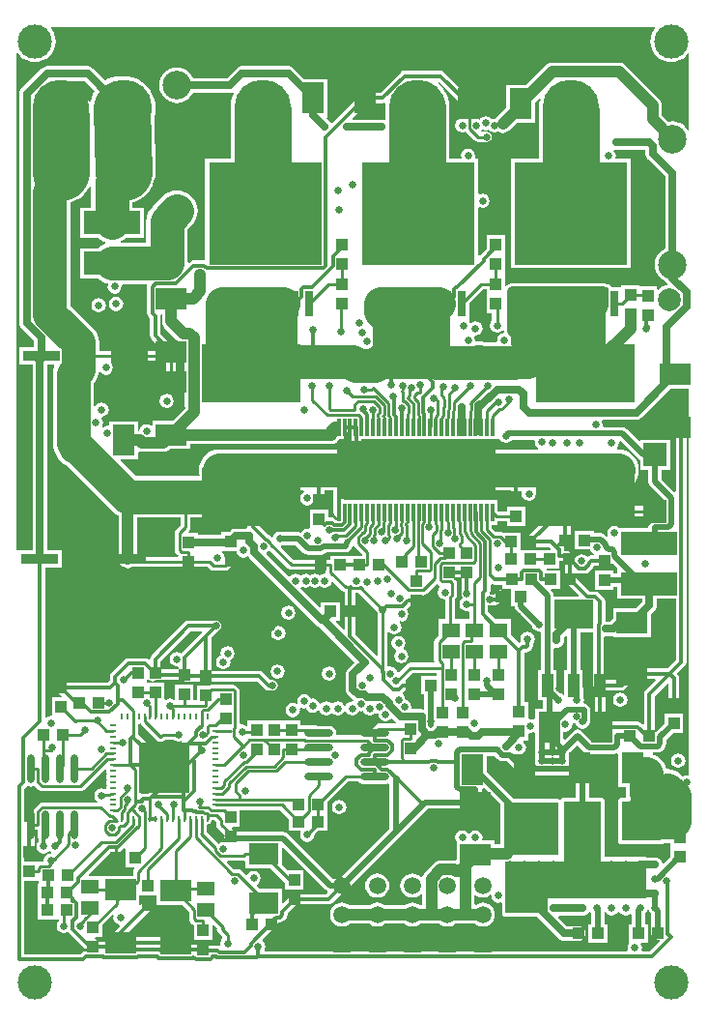
<source format=gbl>
%FSTAX23Y23*%
%MOIN*%
%SFA1B1*%

%IPPOS*%
%ADD10R,0.039370X0.043310*%
%ADD11R,0.043310X0.039370*%
%ADD13R,0.102360X0.074800*%
%ADD17R,0.137800X0.098430*%
%ADD18R,0.039370X0.078740*%
%ADD23R,0.059060X0.051180*%
%ADD24R,0.074800X0.106300*%
%ADD30R,0.029530X0.089960*%
%ADD31R,0.391540X0.354920*%
%ADD32C,0.011810*%
%ADD33C,0.009840*%
%ADD34C,0.019690*%
%ADD35C,0.015750*%
%ADD36C,0.027560*%
%ADD37C,0.039370*%
%ADD38C,0.118110*%
%ADD39C,0.196850*%
%ADD47C,0.118110*%
%ADD48C,0.196850*%
%ADD49C,0.098430*%
%ADD50R,0.059060X0.059060*%
%ADD51C,0.059060*%
%ADD52C,0.027170*%
%ADD53C,0.025000*%
%ADD54C,0.078740*%
%ADD55R,0.177160X0.177160*%
%ADD56O,0.025590X0.009840*%
%ADD57O,0.009840X0.025590*%
%ADD58R,0.106300X0.074800*%
%ADD59R,0.344490X0.204720*%
%ADD60O,0.027560X0.098430*%
%ADD61C,0.024800*%
%ADD62R,0.196850X0.078740*%
%ADD63R,0.125980X0.037400*%
%ADD64O,0.098430X0.027560*%
%ADD65R,0.551180X0.200790*%
%ADD66R,0.011810X0.061020*%
%ADD67R,0.078740X0.078740*%
%ADD68C,0.009060*%
%ADD69R,0.185000X0.180000*%
%ADD70R,0.135000X0.135000*%
%ADD71R,0.130000X0.210000*%
%ADD72R,0.145000X0.055000*%
%ADD73R,0.485000X0.130000*%
%LNninja_3_2_pcb-1*%
%LPD*%
G36*
X0179Y00785D02*
Y0074D01*
X01792*
Y00731*
X01792Y0073*
X0179Y0072*
X01792Y00711*
X01792Y00709*
Y007*
X01792Y00699*
X0179Y0069*
X01785Y00687*
X01773*
X01772Y00687*
X01766Y00689*
X0176Y0069*
X01755Y0069*
X01739Y00706*
X01741Y00711*
X01744Y00712*
X01752Y00717*
X01757Y00725*
X01759Y00735*
X01757Y00744*
X01752Y00752*
X01749Y00754*
X0175Y00759*
X01766*
Y00782*
X0177Y00786*
X01775Y00785*
X01784Y00787*
X01785Y00787*
X0179Y00785*
G37*
G36*
X01991Y00955D02*
X01992Y00948D01*
X01996Y00942*
X01996Y00942*
Y0081*
X01998Y00803*
X02002Y00797*
X02007Y00792*
X02013Y00788*
X0202Y00786*
X02027Y00788*
X02027Y00788*
X02051*
X02053Y00784*
X02053Y00783*
X02051Y00775*
Y00758*
X01985*
X01953Y0079*
X01946Y00795*
X01937Y00797*
X01929Y00795*
X01921Y0079*
X01893Y00762*
X01888Y00764*
Y00787*
X01892Y0079*
X01895Y0079*
X01904Y00792*
X01912Y00797*
X01918Y00805*
X0192Y00815*
X01919Y00818*
X01923Y00821*
X01925Y0082*
X01931Y00819*
X01932Y00815*
X01937Y00807*
X01945Y00802*
X01955Y008*
X01964Y00802*
X01972Y00807*
X01977Y00815*
X01978Y00818*
X0198Y00821*
X01982Y0083*
Y00865*
X0198Y00873*
X01975Y0088*
X01968Y00885*
X01961Y00886*
X01959Y00889*
X01958Y00892*
X01959Y009*
X01957Y00909*
X01957Y0091*
Y00939*
X01955Y00945*
Y01001*
X01946*
Y01133*
X01991*
Y00955*
G37*
G36*
X02206Y00967D02*
X02172Y00932D01*
X02168Y00926*
X02166Y0092*
Y00816*
X02162Y00814*
X02157Y00819*
X02151Y00823*
X02144Y00824*
X02033*
Y00931*
X0209*
X02096Y00933*
X02102Y00937*
X02137Y00971*
X02204*
X02206Y00967*
G37*
G36*
X00474Y00651D02*
X00471Y00648D01*
X0047Y00641*
X00471Y00634*
X00475Y00628*
X00481Y00624*
X00488Y00623*
X00491Y0062*
Y00613*
X00453Y00575*
X00438*
X00434Y00574*
X00429Y00578*
Y00656*
X00471*
X00474Y00651*
G37*
G36*
X00311Y0066D02*
X0031Y00655D01*
X00312Y00648*
X00314Y00645*
X00312Y00642*
X0031Y00635*
X00312Y00628*
X00314Y00625*
X00312Y00622*
X0031Y00615*
X00312Y00609*
X00314Y00605*
X00312Y00602*
X0031Y00596*
X00311Y00594*
X00306Y00591*
X00304Y00592*
X00295Y00594*
X00285Y00592*
X00277Y00587*
X00272Y00579*
X0027Y0057*
X00272Y0056*
X00277Y00552*
X0028Y0055*
X00278Y00545*
X00089*
X00083Y00544*
X00077Y0054*
X00063Y00526*
X00059Y0052*
X00058Y00514*
Y00489*
X00053Y00485*
X0005Y00486*
X00043Y00485*
X00037Y00481*
X00033Y00477*
X00029Y00477*
X00028Y00479*
Y00593*
X00037Y00602*
X00037Y00603*
X00043Y00601*
X0005Y006*
X00056Y00601*
X00062Y00603*
X00063Y00603*
X00063Y00603*
X00077Y00589*
X00083Y00585*
X00089Y00584*
X00221*
X00228Y00585*
X00233Y00589*
X00307Y00662*
X00311Y0066*
G37*
G36*
X00431Y00814D02*
X00486Y00759D01*
X00492Y00755*
X00498Y00754*
X00505Y00755*
X0051Y00759*
X00514Y00762*
X00542*
X00542Y00762*
X0055Y00757*
X0056Y00755*
X00569Y00757*
X00572Y00753*
X00509Y00689*
X00507Y00691*
X00503Y00692*
X00503Y00695*
X00499Y00701*
X0042Y00779*
Y00814*
X00423Y00816*
X00429Y00817*
X00431Y00814*
G37*
G36*
X01452Y00981D02*
X01398D01*
Y00918*
X01408*
Y0087*
X01403Y00866*
X01399Y00867*
X01367*
X01364Y00871*
X01364Y00875*
X01362Y00884*
X01357Y00892*
X01349Y00897*
X01344Y00898*
X01344Y009*
X01342Y00909*
X01337Y00917*
X01334Y00919*
X01334Y00925*
X01341Y00931*
X01365*
X01371Y00933*
X01377Y00937*
X01381Y00943*
X01383Y0095*
X01381Y00956*
X01377Y00962*
X01371Y00966*
X01365Y00968*
X01348*
X01346Y00972*
X01367Y00992*
X01452*
Y00981*
G37*
G36*
X00641Y01131D02*
X00569Y01059D01*
X00564Y01062*
X00555Y01064*
X00545Y01062*
X00537Y01057*
X00532Y01049*
X0053Y0104*
X00532Y0103*
X00537Y01022*
X00545Y01017*
X00555Y01015*
X00558Y01015*
X00561Y01012*
Y01004*
X00498*
Y01032*
X00602Y01136*
X0064*
X00641Y01131*
G37*
G36*
X01902Y01119D02*
Y01001D01*
X01892*
Y00918*
X01887Y00916*
X01887Y00917*
X01879Y00922*
X01878Y00923*
X01865Y00935*
Y01001*
X01855*
Y01076*
X0186Y01079*
X01865Y01079*
X01871Y0108*
X01877Y01082*
X01883Y01086*
X01887Y01092*
X01889Y01098*
X0189Y01105*
Y01114*
X01897Y01121*
X01902Y01119*
G37*
G36*
X02277Y01037D02*
X02247Y01008D01*
X0213*
X02123Y01006*
X02117Y01002*
X02082Y00968*
X02027*
Y01115*
X02032Y01119*
X02035Y01119*
X0206*
X0206Y01119*
Y01116*
X02189*
Y01194*
X02203Y01207*
X02207Y01213*
X02209Y01219*
X0221Y01226*
Y01248*
X02277*
Y01037*
G37*
G36*
X02322Y00642D02*
X02318Y00638D01*
X02315Y00639*
X02305Y00637*
X02302Y00635*
X02297Y0064*
X02286Y00649*
X02274Y00655*
X0226Y00659*
X02246Y00661*
X02244Y00661*
X0224Y00672*
X02234Y00684*
X02225Y00695*
X02214Y00704*
X02202Y0071*
X02196Y00712*
X02197Y00717*
X02213*
X02221Y00719*
X02228Y00723*
X02238Y00733*
X02242Y0074*
X02244Y00748*
Y00763*
X02267Y00786*
X02301*
Y00853*
X02238*
Y00819*
X02208Y00789*
X02203Y0079*
Y00912*
X02247Y00956*
X02251Y00954*
Y00886*
X02253Y0088*
X02257Y00874*
X02263Y0087*
X0227Y00868*
X02276Y0087*
X02282Y00874*
X02286Y0088*
X02288Y00886*
Y00975*
X02286Y00981*
X02282Y00987*
X0228Y0099*
X02308Y01017*
X02312Y01023*
X02313Y0103*
Y01819*
X02312Y01826*
X02308Y01832*
X02287Y01852*
X02281Y01856*
X02275Y01858*
X02268Y01856*
X02262Y01852*
X02258Y01846*
X02256Y0184*
X02258Y01833*
X02262Y01827*
X02277Y01812*
Y01617*
X02272Y01615*
X02227Y0166*
Y01693*
X02256*
Y01796*
X02153*
Y01793*
X02149Y01792*
X02107Y01833*
X021Y01838*
X02091Y0184*
X02027*
X02023Y01845*
X02024Y0185*
X02022Y01859*
X02022Y0186*
X02025Y01864*
X0214*
X02146Y01865*
X02152Y01867*
X02158Y01871*
X02258Y01971*
X02322*
Y00642*
G37*
G36*
X00132Y0205D02*
X00131Y02049D01*
X00127Y02035*
X00126Y02021*
Y01786*
X00127Y01772*
X00131Y01758*
X00135Y01751*
X00137Y01745*
X00143Y01733*
X00152Y01722*
X00163Y01713*
X00175Y01707*
X00333Y01549*
X00343Y0154*
X00353Y01535*
Y01385*
X00354Y01376*
X00357Y01369*
X00362Y01362*
X00369Y01357*
X00376Y01354*
X00385Y01353*
X00393Y01354*
X004Y01357*
X00401Y01357*
X0066*
X00668Y0135*
X00674Y01346*
X0068Y01345*
X00722*
X00728Y01346*
X00734Y0135*
X00752Y01367*
X00755Y01373*
X00757Y0138*
X00755Y01386*
X00752Y01392*
X00746Y01395*
X0074Y01397*
X00733Y01395*
X00727Y01392*
X00724Y01388*
X00719Y0139*
X00717Y01399*
X00712Y01407*
X00711Y01408*
X00712Y01413*
X0076*
X00762Y01405*
X00767Y01397*
X00775Y01392*
X00785Y0139*
X00794Y01392*
X00798Y01394*
X00799Y01394*
X00803Y01389*
X01036Y01156*
X01041Y01152*
X01047Y0115*
X01048Y01149*
X01168Y0103*
X01144Y01005*
X0114Y01*
X01137Y00994*
X01136Y00987*
Y00936*
X01137Y00929*
X0114Y00923*
X01144Y00918*
X01163Y00899*
X01163Y00899*
X01161Y00894*
X0116Y00894*
X0115Y00892*
X01142Y00887*
X01137Y0088*
X01135Y0088*
X01134*
X01132Y0088*
X01127Y00887*
X01119Y00892*
X0111Y00894*
X011Y00892*
X01092Y00887*
X01087*
X01079Y00892*
X0107Y00894*
X0106Y00892*
X01052Y00887*
X01051Y00885*
X01046Y00886*
X01046Y00888*
X0104Y00896*
X01032Y00902*
X01023Y00904*
X01018Y00903*
X01017Y00904*
X01012Y00912*
X01004Y00917*
X00995Y00919*
X00985Y00917*
X00977Y00912*
X00972Y00904*
X0097Y00895*
X00971Y00889*
X00966Y00886*
X00964Y00887*
X00955Y00889*
X00945Y00887*
X00937Y00882*
X00932Y00874*
X0093Y00865*
X00932Y00855*
X00937Y00847*
X00945Y00842*
X00955Y0084*
X00964Y00842*
X00972Y00847*
X00977Y00855*
X00979Y00865*
X00978Y0087*
X00983Y00873*
X00985Y00872*
X00995Y0087*
X00999Y00871*
X01Y00869*
X01005Y00861*
X01013Y00856*
X01023Y00854*
X01032Y00856*
X0104Y00861*
X01041Y00863*
X01046Y00862*
X01047Y0086*
X01052Y00852*
X0106Y00847*
X0107Y00845*
X01079Y00847*
X01087Y00852*
X01092*
X011Y00847*
X0111Y00845*
X01119Y00847*
X01127Y00852*
X01132Y00859*
X01134Y00859*
X01135*
X01137Y00859*
X01142Y00852*
X0115Y00847*
X0116Y00845*
X01169Y00847*
X01177Y00852*
X01182Y0086*
X01183Y00861*
X0119Y0086*
X01196Y00861*
X01197Y0086*
X01202Y00852*
X0121Y00847*
X0122Y00845*
X01229Y00847*
X01237Y00852*
X01239Y00855*
X01245Y00852*
X0125Y00851*
X0125Y0085*
X01252Y00841*
X01257Y00833*
X01265Y00827*
X01275Y00825*
X01284Y00827*
X01292Y00833*
X01293Y00834*
X01298Y00834*
X01309Y00823*
X01311Y00822*
X01309Y00817*
X01251*
X01244Y00815*
X01239Y00812*
X01227Y008*
X01223Y00797*
X01219Y00791*
X01218Y00785*
Y00781*
X01213Y00776*
X01211Y00777*
X01108*
X01104Y00782*
X01104Y00785*
X01103Y00791*
X01101Y00797*
X01097Y00803*
X01091Y00807*
X01085Y00809*
X01078Y0081*
X01039*
X01033Y00812*
X00981*
Y00828*
X00861*
Y0083*
X00798*
Y00812*
X00793Y0081*
X00789Y00812*
X0078Y00814*
X00776Y00814*
X00772Y00817*
Y00928*
X00771Y00934*
X00767Y0094*
X00761Y00946*
X00755Y0095*
X00749Y00951*
X00674*
X00667Y0095*
X00665Y00948*
X00623*
Y00897*
X00611*
Y00953*
X00548*
Y00902*
X00543Y009*
X00539Y00902*
X0053Y00904*
X0052Y00902*
X00516Y009*
X00511Y00902*
Y00958*
X00456*
X00451*
Y00968*
X00456Y0097*
X00457Y00969*
X00463Y00965*
X0047Y00963*
X00476Y00965*
X00482Y00969*
X00482Y00969*
X00485Y00968*
X00572*
X00578Y00965*
X00585Y00963*
X0083*
X00857Y00937*
X00863Y00933*
X0087Y00931*
X00885*
X00891Y00933*
X00897Y00937*
X00901Y00943*
X00903Y0095*
X00901Y00956*
X00897Y00962*
X00891Y00966*
X00885Y00968*
X00877*
X0085Y00994*
X00844Y00998*
X00838Y00999*
X00673*
Y01112*
X00702Y01142*
X00706Y01148*
X00708Y01155*
X00706Y01161*
X00702Y01167*
X00696Y01171*
X0069Y01173*
X00595*
X00588Y01171*
X00582Y01167*
X00467Y01052*
X00463Y01046*
X00462Y0104*
X00459Y01039*
X00456Y01038*
X00451Y01042*
X00444Y01043*
X00386*
X0038Y01042*
X00374Y01038*
X00328Y00992*
X00324Y00986*
X00323Y00979*
Y00967*
X00315Y00959*
X00155*
X00148Y00958*
X00142Y00954*
X00138Y00948*
X00136Y00941*
X00138Y00935*
X00142Y00929*
X00158Y00913*
X00156Y00908*
X00123*
Y00847*
X0012Y00844*
X0011Y00842*
X00104Y00839*
X00099Y00841*
Y01354*
X00156*
Y01415*
X00107*
Y02054*
X00129*
X00132Y0205*
G37*
G36*
X01247Y01202D02*
Y01055D01*
X01243Y01053*
X01169Y01126*
Y01205*
Y01269*
X01181*
X01247Y01202*
G37*
G36*
X00485Y00191D02*
X00575D01*
X00597Y00169*
Y00144*
X00598Y00138*
X00602Y00132*
X00608Y00126*
X00613Y00123*
Y00071*
X00676*
Y00122*
X00681Y00124*
X00693Y00112*
X00692Y0011*
X00694Y00103*
X00697Y00097*
X00712Y00082*
Y00077*
X00712Y00077*
X00707Y00069*
X00705Y0006*
X00706Y00055*
X00701Y00052*
X00694Y00053*
X00653*
X00651Y00054*
X00645Y00056*
X00579*
X00559Y00075*
X00553Y00079*
X00546Y00081*
X00378*
Y0009*
X00467Y0018*
X00471Y00186*
X00473Y00193*
X00471Y00199*
X00467Y00205*
X00461Y00209*
X00455Y00211*
X00448Y00209*
X00442Y00205*
X00428Y00192*
X00424Y00195*
Y00226*
X00485*
Y00191*
G37*
G36*
X00336Y00155D02*
X00335Y0015D01*
X00337Y0014*
X00342Y00132*
X0035Y00127*
X00355Y00126*
X00357Y0012*
X00347Y0011*
X00343Y00104*
X00341Y00098*
Y0007*
X00337Y00066*
X00281*
X00281Y00066*
X00277Y00072*
X00272Y00076*
X00272Y00076*
X00273Y00081*
X00296*
Y00122*
X00331Y00157*
X00336Y00155*
G37*
G36*
X01068Y00244D02*
X01073Y00241D01*
X01074Y00235*
X01069Y0023*
X0096*
X00953Y00229*
X00947Y00225*
X00922Y002*
X00917Y00202*
Y00249*
X00838*
X0083Y00257*
X00831Y00263*
X00837Y00267*
X00842Y00275*
X00844Y00285*
X00842Y00294*
X00837Y00302*
X00829Y00307*
X0082Y00309*
X0081Y00307*
X00802Y00302*
X00798Y00296*
X00792Y00295*
X00776Y00311*
X00771Y00314*
X00764Y00316*
X00752*
X00728Y00339*
X0073Y00344*
X00784*
X00787Y00345*
X00792Y00341*
Y0032*
X00878*
X00928Y0027*
Y00245*
X00991*
Y00312*
X00937*
X00917Y00331*
Y00388*
X00922Y0039*
X01068Y00244*
G37*
G36*
X00076Y00276D02*
X00077Y00272D01*
Y00266*
X00074*
Y00203*
Y00143*
X00141*
X00141*
X00147*
Y00137*
X00147Y00137*
X00142Y00129*
X0014Y0012*
X00142Y0011*
X00147Y00102*
X00155Y00097*
X00165Y00095*
X00174Y00097*
X0018Y001*
X00182Y00097*
X00232Y00047*
X00238Y00043*
X00245Y00041*
X00248*
X00248Y00041*
X0025Y00037*
X00248Y00032*
X0024*
X00233Y00031*
X00227Y00027*
X00223Y00023*
X00028*
Y00276*
X00076*
G37*
G36*
X00551Y00033D02*
X00549Y00028D01*
X00498*
X00494Y00031*
X00487Y00033*
X00419*
X00413Y00031*
X00361*
X00359Y00036*
X00367Y00045*
X00539*
X00551Y00033*
G37*
G36*
X02184Y00172D02*
X02189Y00165D01*
X02192Y00161*
Y00095*
X02194Y00086*
X02199Y00079*
X02206Y00074*
X02215Y00072*
X02219Y00073*
X02221Y00069*
X02185Y00033*
X02161*
X02158Y00038*
X02159Y00045*
X02157Y00054*
X02155Y00058*
X02157Y00063*
X02181*
Y00126*
X0217*
Y00162*
X02172Y00163*
X02177Y00171*
X02178Y00176*
X02183*
X02184Y00172*
G37*
G36*
X0196Y0072D02*
X01968Y00715D01*
X01976Y00713*
X02064*
X02071Y00715*
X02076Y00712*
Y006*
X02103*
Y0058*
X02105Y00567*
X02104Y00565*
X02101Y00562*
X0209*
X02085Y00561*
X02081Y00558*
X02078Y00554*
X02077Y0055*
Y00415*
X02078Y0041*
X02081Y00406*
X02085Y00403*
X0209Y00402*
X02225*
X02229Y00403*
X02233Y00406*
X02233Y00406*
X02258*
Y00396*
Y00391*
Y00359*
X02234Y00335*
X02233Y00336*
X02229Y00338*
X02227Y00343*
X02223Y00349*
X02217Y00353*
X02211Y00355*
X02205Y00356*
X02176*
X02175Y00357*
X02032*
Y0055*
X02031Y00554*
X02028Y00558*
X02024Y00561*
X0202Y00562*
X01977*
Y00641*
X01977Y00642*
X01979Y00648*
X0198Y00655*
X01979Y00661*
X01977Y00667*
X01973Y00673*
X01963Y00683*
X01957Y00687*
X01951Y00689*
X01945Y0069*
X01938Y00689*
X01932Y00687*
X01927Y00683*
X01912*
X01909Y00687*
X01909Y0069*
X01907Y00699*
X01907Y007*
Y00709*
X01907Y00711*
X01908Y00714*
X01937Y00743*
X0196Y0072*
G37*
G36*
X0069Y00477D02*
Y00469D01*
X00691Y00462*
X00695Y00457*
X00719Y00433*
X00717Y00428*
X00719Y00419*
X00723Y00413*
X00723Y0041*
X00721Y00408*
X00715Y00409*
X00705Y00407*
X00698Y00403*
X00657Y00444*
Y00469*
X00659Y00471*
X00666Y00473*
X00671Y00476*
X00675Y00482*
X00675Y00484*
X00683*
X0069Y00477*
G37*
G36*
X01182Y00616D02*
X01188Y00612D01*
X01194Y0061*
X01201Y00609*
X01271*
X01278Y0061*
X01282Y00611*
X01287Y00609*
Y00454*
X01115Y00282*
X01093*
X00937Y00438*
X0093Y00442*
X00922Y00444*
X00755*
X00752Y00449*
X00744Y00456*
X00746Y00461*
X00771*
Y00519*
X0091*
X00941Y00489*
Y00448*
X00979*
X00981Y00443*
X0098Y00435*
X00982Y00425*
X00987Y00417*
X00995Y00412*
X01005Y0041*
X01014Y00412*
X01022Y00417*
X01027Y00425*
X01029Y00435*
X01029Y00435*
X01042Y00448*
X01075*
Y00508*
Y00549*
X01144Y00617*
X01181*
X01182Y00616*
G37*
G36*
X01662Y00694D02*
X01669Y00689D01*
X01677Y00688*
X01695*
X0173Y00653*
X0173Y00653*
X01732Y00647*
X01736Y00641*
X01742Y00637*
X01748Y00635*
X01755Y00634*
X01761Y00635*
X01767Y00637*
X01773Y00641*
X01774Y00642*
X01782*
X01784Y00641*
X01793Y00639*
X01826*
X0183Y0064*
X01834*
X01838Y00639*
X01861*
X01865Y0064*
X01869*
X01873Y00639*
X01932*
Y00562*
X0189*
X01885Y00561*
X01881Y00558*
X01878Y00554*
X01874Y00556*
X0187Y00557*
X01718*
X01623Y00652*
Y00706*
X01649*
X01662Y00694*
G37*
G36*
X00376Y00385D02*
Y00323D01*
X00407*
X00409Y00318*
X00408Y00317*
X00404Y00312*
X00403Y00305*
Y00293*
X00252*
X0025Y00298*
X00321Y00368*
X00326Y00366*
Y00355*
X00327Y00348*
X00331Y00342*
X00336Y00339*
X00343Y00337*
X00349Y00339*
X00355Y00342*
X00358Y00348*
X0036Y00355*
Y00377*
X00364Y0038*
X00372Y00387*
X00376Y00385*
G37*
G36*
X00074Y00433D02*
X00075Y00426D01*
X00076Y00421*
Y00411*
X00072Y00404*
X0007Y00395*
X00072Y00385*
X00077Y00377*
X00085Y00372*
X00095Y0037*
X00104Y00372*
X00111Y00376*
X00114Y00377*
X00115*
X00117Y00377*
X0012Y00374*
X00119Y00369*
X0011Y00367*
X00102Y00362*
X00097Y00354*
X00095Y00345*
X00093Y00342*
X00084*
X00081Y00341*
X00076Y00343*
Y00343*
X00028*
Y00361*
X00029Y00362*
X00033Y00363*
X00038Y0036*
X00045Y00358*
X00051Y0036*
X00057Y00364*
X00061Y0037*
X00063Y00376*
Y00451*
X00074*
Y00433*
G37*
G36*
X01672Y00539D02*
Y00402D01*
X01649*
Y00414*
X01612*
X01608Y00419*
X01609Y00425*
X01607Y00434*
X01602Y00442*
X01594Y00447*
X01585Y00449*
X01575Y00447*
X01567Y00442*
X01565Y00438*
X0156*
X01557Y00442*
X01549Y00447*
X0154Y00449*
X0153Y00447*
X01522Y00442*
X01517Y00434*
X01515Y00425*
X01517Y00415*
X0152Y00411*
Y0035*
X01515Y00346*
X01511Y00346*
X01465*
X01457Y00345*
X0145Y00342*
X01443Y00337*
X01411Y00305*
X01406Y00298*
X01402Y00291*
X01402Y00289*
X01397Y00288*
X01396Y00289*
X01388Y00296*
X01378Y003*
X01367Y00301*
X01356Y003*
X01346Y00296*
X01338Y00289*
X01331Y0028*
X01327Y0027*
X01325Y0026*
X01327Y00249*
X01331Y00239*
X01338Y0023*
X01346Y00223*
X01356Y00219*
X01367Y00218*
X01378Y00219*
X01388Y00223*
X01396Y0023*
X01398Y0023*
X01401Y00228*
Y00191*
X01394*
X01388Y00196*
X01378Y002*
X01367Y00201*
X01356Y002*
X01346Y00196*
X0134Y00191*
X01272*
X01267Y00196*
X01257Y002*
X01246Y00201*
X01235Y002*
X01225Y00196*
X01219Y00191*
X01151*
X01145Y00196*
X01135Y002*
X01125Y00201*
X01114Y002*
X01104Y00196*
X01095Y00189*
X01088Y0018*
X01084Y0017*
X01083Y0016*
X01084Y00149*
X01088Y00139*
X01095Y0013*
X01104Y00123*
X01114Y00119*
X01125Y00118*
X01135Y00119*
X01145Y00123*
X01151Y00128*
X01219*
X01225Y00123*
X01235Y00119*
X01246Y00118*
X01257Y00119*
X01267Y00123*
X01272Y00128*
X0134*
X01346Y00123*
X01356Y00119*
X01367Y00118*
X01378Y00119*
X01388Y00123*
X01394Y00128*
X01462*
X01467Y00123*
X01477Y00119*
X01488Y00118*
X01499Y00119*
X01509Y00123*
X01515Y00128*
X01583*
X01589Y00123*
X01599Y00119*
X0161Y00118*
X0162Y00119*
X0163Y00123*
X01639Y0013*
X01646Y00139*
X0165Y00149*
X01651Y0016*
X0165Y0017*
X01646Y0018*
X01639Y00189*
X0163Y00196*
X0162Y002*
X0161Y00201*
X01599Y002*
X01589Y00196*
X01586Y00193*
X01581Y00196*
Y00224*
X01585Y00226*
X01589Y00223*
X01599Y00219*
X0161Y00218*
X0162Y00219*
X0163Y00223*
X01635Y00227*
X0164Y00225*
X01642Y00215*
X01647Y00207*
X01655Y00202*
X01665Y002*
X01672Y00201*
X01677Y00198*
Y00165*
X01678Y0016*
X01681Y00156*
X01685Y00153*
X0169Y00152*
X01796*
X01872Y00076*
X01878Y00072*
X01884Y0007*
X01891Y00069*
X0194*
X01946Y0007*
X01952Y00072*
X01958Y00076*
X01962Y00082*
X01964Y00088*
X01965Y00095*
X01964Y00101*
X01962Y00107*
X01958Y00113*
X01952Y00117*
X01946Y00119*
X0194Y0012*
X01901*
X01871Y0015*
X01873Y00155*
X01955*
X01961Y00156*
X01967Y00158*
X01973Y00162*
X01976Y00167*
X0198Y00167*
X01982Y00167*
X01984Y00165*
Y00126*
X01973*
Y00063*
X0204*
Y00126*
X02029*
Y00167*
X02034Y00168*
X02037Y00163*
X02045Y00158*
X02055Y00156*
X02064Y00158*
X02072Y00163*
X02077Y0017*
X02079Y00171*
X0208*
X02082Y0017*
X02087Y00163*
X02095Y00158*
X02105Y00156*
X02114Y00158*
X0212Y00162*
X02125Y0016*
Y00126*
X02114*
Y00063*
X02114Y00058*
X02112Y00054*
X0211Y00045*
X02111Y00038*
X02108Y00033*
X00858*
X00856Y00038*
X00857Y0004*
X00859Y0005*
X00857Y00059*
X00852Y00067*
X0085Y00068*
X00849Y00073*
X00882Y00106*
X00888Y00107*
X00894Y00111*
X00898Y00117*
X00899Y00124*
Y00126*
X00905Y00132*
X00911*
X00918Y00134*
X00923Y00137*
X0093Y00144*
X00934Y0015*
X00936Y00157*
Y00162*
X00967Y00194*
X01077*
X01084Y00195*
X0109Y00199*
X01129Y00238*
X01133Y00239*
X0114Y00244*
X01325Y00429*
X0142Y00524*
X01585*
X01593Y00525*
X016Y0053*
X01605Y00537*
X01607Y00546*
Y00591*
X01607Y00591*
X0161Y00595*
X01617*
X01672Y00539*
G37*
G36*
X00794Y01503D02*
X00796Y01496D01*
X00796Y01495*
X00794Y0149*
X00758*
X00751Y01489*
X00745Y01487*
X00739Y01483*
X00736Y0148*
X00708*
Y01467*
X00626*
Y01475*
X00595*
X00594Y0148*
X00597Y01483*
X006Y01488*
X00602Y01495*
Y01528*
X00794*
Y01503*
G37*
G36*
X01623Y02303D02*
Y02298D01*
Y02298*
Y02231*
X01642*
Y02207*
X01642Y02207*
X01637Y02199*
X01635Y0219*
X01637Y0218*
X01642Y02172*
X0165Y02167*
X0166Y02165*
X01669Y02167*
X01677Y02172*
X01678Y02173*
X01681Y02173*
X01683Y02172*
X01684Y02164*
X01684Y02164*
X01675Y02162*
X01667Y02157*
X01662Y02149*
X0166Y0214*
X0166Y02137*
X01657Y02133*
X01614*
X0161Y02134*
X01596Y02136*
X01594*
X01588Y02135*
X01584Y02139*
X01584Y0214*
X01582Y02149*
X01581Y02152*
X01584Y02156*
X01585Y02155*
X01595Y02157*
X01603Y02163*
X01608Y02171*
X0161Y0218*
X01608Y0219*
X01603Y02198*
X01595Y02203*
X01585Y02205*
X01576Y02203*
X01569Y02198*
X01567Y02199*
X01565Y02203*
X01564Y02208*
Y02267*
X01611Y02314*
X01623*
Y02303*
G37*
G36*
X02149Y01729D02*
X02153Y01726D01*
Y01693*
X02182*
Y01651*
X02184Y01642*
X02189Y01635*
X02238Y01586*
Y01516*
X02205*
X02196Y01515*
X02189Y0151*
X02184Y01503*
X02182Y01494*
Y01491*
X02083*
X02082Y01492*
X02074Y01497*
X02065Y01499*
X02055Y01497*
X02047Y01492*
X02042Y01484*
X0204Y01475*
X02041Y01466*
X02039Y01464*
X02037Y01463*
X02032Y01468*
X02025Y01473*
X02016Y01475*
X01995*
Y01481*
X01928*
Y01418*
X01981*
X01982Y01415*
X01987Y01407*
X01994Y01403*
X01992Y01398*
X01983*
X01976Y01396*
X01971Y01393*
X0197Y01395*
X01962Y014*
X01952Y01402*
X01943Y014*
X01935Y01395*
X01932Y0139*
X01926*
X01924Y01392*
X01909Y01408*
X01903Y01412*
X01896Y01413*
X01891*
Y01418*
X0189Y01425*
X01889Y01426*
X01895Y01432*
X01901Y01433*
X01907Y01437*
X01911Y01443*
X01913Y0145*
Y01522*
X01929Y01538*
X01937Y01534*
X0195Y0153*
X01964Y01528*
X01978Y0153*
X01992Y01534*
X02001Y01539*
X02002Y01537*
X02008Y01534*
X02014Y01532*
X02205*
X02211Y01534*
X02217Y01537*
X0222Y01543*
X02222Y0155*
X0222Y01556*
X02217Y01562*
X02211Y01565*
X02205Y01567*
X02032*
X02029Y01571*
X0203Y01572*
X02034Y01586*
X02035Y016*
Y01621*
X02077*
X02091Y01622*
X02104Y01626*
X02117Y01633*
X02127Y01642*
X02136Y01653*
X02143Y01665*
X02147Y01678*
X02148Y01692*
X02147Y01706*
X02143Y01719*
X02136Y01732*
X02127Y01742*
X02117Y01751*
X02104Y01758*
X02091Y01762*
X02077Y01763*
X02075*
X02073Y01768*
X02077Y01775*
X02079Y01785*
X02079Y01787*
X02083Y01792*
X02085Y01792*
X02149Y01729*
G37*
G36*
X02075Y01353D02*
X02074Y01351D01*
Y01335*
X02061*
Y01346*
X01998*
Y01279*
X02061*
Y0129*
X02074*
Y01248*
X02159*
Y01236*
X02137Y01215*
X0206*
Y01181*
X02049Y0117*
X02035*
X02033Y01172*
Y01238*
X02031Y01245*
X02027Y01251*
X02011Y01267*
X02005Y01271*
X01998Y01273*
X01979*
X01929Y01322*
Y01334*
X01934Y01337*
X01935Y01336*
X01942Y01335*
X01963*
X01969Y01336*
X01975Y0134*
X0199Y01355*
X01994Y01361*
X01994Y01361*
X0204*
X02046Y01363*
X02052Y01367*
X02054Y01369*
X02059Y0137*
X02075Y01353*
G37*
G36*
X00992Y01406D02*
X00999Y01401D01*
X01008Y01399*
X01051*
X0106Y01401*
X01067Y01406*
X01069Y01408*
X01136*
X01145Y0141*
X01152Y01414*
X01156Y01421*
X01157Y01426*
X0116Y01429*
X01161Y0143*
X01167*
X01168Y01428*
X01194Y01402*
Y01396*
X01083*
Y01382*
X00957*
X00913Y01425*
X00914Y01431*
X00919Y01432*
X0092Y01432*
X00965*
X00992Y01406*
G37*
G36*
X00567Y01502D02*
X00552Y01486D01*
X00548Y01481*
X00547Y01474*
Y01415*
X00548Y01409*
X00552Y01403*
X00558Y01397*
X00559Y01397*
X00557Y01392*
X00416*
Y01528*
X00567*
Y01502*
G37*
G36*
X01156Y01768D02*
X01156Y01767D01*
X01153Y01763*
X01125*
X01117Y01763*
X0111Y01763*
X00702*
X00688Y01762*
X00675Y01758*
X00662Y01751*
X00652Y01742*
X00643Y01732*
X00636Y01719*
X00632Y01706*
X00631Y01692*
X00632Y01678*
X00633Y01675*
X0063Y01671*
X00413*
X00358Y01725*
X0036Y0173*
X0042*
Y01753*
X00424Y01756*
X00425Y01756*
X00434Y01755*
X00507*
X00516Y01756*
X00523Y01759*
X0053Y01764*
X0053Y01764*
X00599*
Y01782*
X01087*
X01095Y01783*
X01103Y01786*
X01109Y01791*
X01114Y01797*
X01131*
Y0182*
X01133Y01821*
X01134Y01822*
X01156*
Y01768*
G37*
G36*
X01672Y01792D02*
X0168Y01787D01*
X0169Y01785*
X01699Y01787*
X01707Y01792*
X0171Y01796*
X01787*
X0179Y01792*
X0179Y0179*
X01792Y0178*
X01797Y01772*
X01802Y01768*
X01801Y01763*
X01197*
X01194Y01767*
X01194Y01768*
X01193Y01775*
X01192Y01776*
Y01797*
X01536*
X01536Y01797*
X01537Y01797*
X01662*
Y01798*
X01663Y01798*
X01667Y01799*
X01672Y01792*
G37*
G36*
X00503Y02227D02*
Y02206D01*
X00504Y02197*
X00507Y0219*
X00512Y02183*
X00555Y0214*
X00562Y02135*
X00569Y02132*
X00577Y02131*
X00582*
Y01912*
X00583Y01906*
X00539Y01863*
X0047*
Y01846*
X00465Y01844*
X00459Y01847*
X0045Y01849*
X0044Y01847*
X00432Y01842*
X00427Y01834*
X00425Y01826*
X0042*
Y01859*
X00321*
Y01847*
X00318Y01844*
X00315Y01844*
X00305Y01842*
X00299Y01838*
X00295Y01842*
X00297Y01845*
X00299Y01855*
X00297Y01864*
X00294Y0187*
X00294Y01871*
X00296Y01875*
X00304Y01877*
X00312Y01882*
X00317Y0189*
X00319Y019*
X00317Y01909*
X00312Y01917*
X00304Y01922*
X00295Y01924*
X00285Y01922*
X00277Y01917*
X00273Y01911*
X00268Y01913*
Y01993*
X00274Y01999*
X0028Y02012*
X00284Y02025*
X00285Y02029*
X0029Y0203*
X00292Y02027*
X003Y02022*
X0031Y0202*
X00319Y02022*
X00327Y02027*
X00332Y02035*
X00334Y02045*
X00332Y02054*
X00327Y02062*
X00326Y02062*
X00328Y02067*
X00517*
Y01995*
X00519Y01988*
X00522Y01982*
X00528Y01979*
X00535Y01977*
X00541Y01979*
X00547Y01982*
X0055Y01988*
X00552Y01995*
Y02094*
X00553Y021*
X00551Y02106*
X00547Y02112*
X00498Y02162*
Y02221*
X00497Y02223*
X00501Y02227*
X00503Y02227*
G37*
G36*
X01095Y01545D02*
X01096Y01538D01*
X011Y01532*
X01106Y01528*
X01113Y01526*
X01115Y01525*
Y0152*
X01104*
X01102Y01521*
X01097Y01525*
X0109Y01527*
X01076*
Y01556*
X01013*
Y01493*
X01008Y01489*
X01005Y01489*
X00995Y01487*
X00987Y01482*
X00982Y01475*
X00974Y01477*
X0092*
X00919Y01477*
X0091Y01479*
X009Y01477*
X00892Y01472*
X00887Y01464*
X00886Y01461*
X00881Y0146*
X00876Y01465*
X00871Y01469*
X00869Y01469*
X00829Y0151*
Y01531*
X00839Y01534*
X00851Y0154*
X00862Y01549*
X00871Y0156*
X00877Y01572*
X00881Y01586*
X00883Y016*
Y01621*
X00991*
X00993Y01616*
X00987Y01612*
X00982Y01604*
X0098Y01595*
X00982Y01585*
X00987Y01577*
X00995Y01572*
X01005Y0157*
X01014Y01572*
X01022Y01577*
X01024Y0158*
X0103*
X01032Y01577*
X01038Y01573*
X01045Y01571*
X01051Y01573*
X01057Y01577*
X01061Y01583*
X01063Y0159*
Y01621*
X01095*
Y01545*
G37*
G36*
X01893Y016D02*
X01894Y0159D01*
X01762Y01457*
X01758Y01451*
X01756Y01445*
X01758Y01438*
X01762Y01432*
X01768Y01428*
X01775Y01426*
X01839*
X01845Y01421*
X01843Y01416*
X01741*
X01741Y01421*
Y01476*
X0168*
X01676Y01479*
X01669Y0148*
X01654*
X01642Y01492*
Y01502*
X01662*
Y01516*
X01693*
Y01499*
X01756*
Y01566*
X01693*
Y0155*
X01663*
X01662Y01551*
Y01587*
X01131*
Y01621*
X01706*
Y016*
X01708Y01593*
X01712Y01587*
X01718Y01583*
X01725Y01581*
X01731Y01583*
X01737Y01587*
X01741Y01593*
X01742Y01598*
X01747Y01599*
X01752Y01592*
X0176Y01587*
X0177Y01585*
X01779Y01587*
X01787Y01592*
X01792Y016*
X01794Y0161*
X01793Y01616*
X01797Y01621*
X01893*
Y016*
G37*
G36*
X00258Y02669D02*
Y02596D01*
X00219*
Y02493*
X0028*
X0029Y02485*
X00302Y02479*
X00308Y02477*
Y02472*
X00302Y0247*
X0029Y02464*
X0028Y02456*
X00219*
Y02353*
X0028*
X0029Y02345*
X00302Y02339*
X00312Y02336*
X00316Y02334*
X00316Y0233*
X00315Y02325*
X00317Y02315*
X00322Y02307*
X0033Y02302*
X0034Y023*
X00349Y02302*
X00357Y02307*
X00362Y02315*
X00364Y02325*
X00363Y02329*
X00366Y02333*
X0045*
X00452Y02328*
X00451Y02323*
Y02231*
X00453Y02224*
X00457Y02219*
X00461Y02214*
Y02155*
X00463Y02148*
X00467Y02142*
X00502Y02106*
X005Y02102*
X00286*
Y02131*
X00284Y02145*
X0028Y02158*
X00274Y02171*
X00265Y02181*
X00186Y0226*
Y02614*
X00189Y02614*
X00205Y02621*
X0022Y0263*
X00233Y02641*
X00244Y02655*
X00253Y02669*
X00253Y0267*
X00258Y02669*
G37*
G36*
X00937Y01352D02*
X00943Y01349D01*
X0095Y01347*
X01067*
Y0134*
X01067Y01339*
X01065Y01334*
X01063Y01334*
X01055Y01332*
X01047Y01327*
X01039Y01332*
X0103Y01334*
X0102Y01332*
X01014Y01328*
X01008Y01332*
X00999Y01334*
X00989Y01332*
X00982Y01327*
X00974Y01332*
X00965Y01334*
X00955Y01332*
X00947Y01327*
X00946Y01325*
X00941Y01324*
X00863Y01402*
X00865Y01407*
X00872Y01412*
X00872Y01412*
X00877Y01413*
X00937Y01352*
G37*
G36*
X01536Y01265D02*
X01538Y01258D01*
X01542Y01252*
Y0125*
X01537Y01247*
X01532Y01239*
X0153Y0123*
X01532Y0122*
X01537Y01212*
X01545Y01207*
X01555Y01205*
X0156Y01206*
X01565Y01202*
Y01177*
X01514*
Y01247*
X01515Y01248*
X01519Y01253*
X0152Y0126*
Y01301*
X01519Y01308*
X01515Y01313*
X01512Y01316*
X01514Y01321*
X01536*
Y01265*
G37*
G36*
X01643Y01298D02*
X0165Y01296D01*
X01676*
Y01283*
X01708*
Y01223*
X01719*
Y01223*
X01721Y01214*
X01726Y01207*
X01781Y01151*
X01782Y0115*
X01787Y01142*
X01795Y01137*
X01805Y01135*
X01807Y01135*
X01811Y01132*
Y01001*
X01802*
Y00898*
X01817*
Y00869*
X0179*
Y00834*
X01785Y00832*
X01784Y00832*
X01775Y00834*
X0177Y00833*
X01766Y00837*
Y00893*
X01753*
Y01062*
X01753Y01063*
X01761*
X01768Y01064*
X01774Y01068*
X01777Y01072*
X01781Y01078*
X01783Y01085*
Y01093*
X01787Y011*
X01789Y0111*
X01787Y01119*
X01782Y01127*
X01774Y01132*
X01765Y01134*
X01755Y01132*
X01747Y01127*
X01742Y01119*
X0174Y0111*
X01742Y011*
X01738Y01097*
X01735Y01095*
X01706Y01124*
Y01177*
X01653*
X01628Y01202*
Y01224*
X01632Y01227*
X01635Y01226*
X01655*
X01661Y01228*
X01667Y01232*
X01672Y01237*
X01675Y01236*
X01681Y01238*
X01687Y01242*
X01691Y01248*
X01693Y01255*
X01691Y01261*
X01687Y01267*
X01682Y01272*
X01676Y01276*
X0167Y01278*
X01663Y01276*
X01657Y01272*
X01647Y01263*
X01636*
X01634Y01266*
X01633Y01267*
X01634Y01269*
X01636Y01276*
Y01296*
X01641Y01299*
X01643Y01298*
G37*
G36*
X01271Y02958D02*
X01275Y02955D01*
X01274Y0294*
Y02902*
X01269Y02898*
X01266Y02899*
X0126Y029*
X01161*
X01159Y02905*
X01211Y02956*
X01263*
X0127Y02958*
X0127Y02958*
X01271Y02958*
G37*
G36*
X01455Y01299D02*
X01458Y01295D01*
X01461Y01293*
X01462Y01287*
X01462Y01287*
X01457Y01279*
X01455Y0127*
X01457Y0126*
X01462Y01252*
X0147Y01247*
X0148Y01245*
X0148Y01245*
Y01177*
X01458*
Y01122*
X01447Y01111*
X01443Y01106*
X01442Y01099*
Y01035*
X01443Y01032*
X01439Y01027*
X0136*
X01353Y01025*
X01347Y01022*
X01319Y00994*
X01314Y00995*
X01313Y01*
X01308Y01008*
X013Y01013*
X0129Y01015*
X01285Y01014*
X01282Y01017*
Y01131*
X01287Y01133*
X01287Y01132*
X01295Y01127*
X01305Y01125*
X01314Y01127*
X01322Y01132*
X01327Y0114*
X01329Y0115*
X01327Y01159*
X01323Y01166*
X01325Y0117*
X01325Y01171*
X0133Y0117*
X01339Y01172*
X01347Y01177*
X01352Y01185*
X01354Y01195*
X01352Y01204*
X01348Y01211*
X01361Y01224*
X01361Y01225*
X0138*
X01386Y01226*
X01392Y0123*
X01396Y01236*
X01398Y01243*
X01396Y01249*
X01393Y01255*
X01393Y01257*
X01395Y0126*
X01404*
X0141Y01261*
X01416Y01265*
X0145Y01299*
X01455*
G37*
G36*
X02205Y03215D02*
X022Y03209D01*
X02194Y03197*
X0219Y03183*
X02188Y0317*
X0219Y03156*
X02194Y03142*
X022Y0313*
X02209Y03119*
X0222Y0311*
X02232Y03104*
X02246Y031*
X0226Y03098*
X02273Y031*
X02287Y03104*
X02299Y0311*
X0231Y03119*
X02317Y03128*
X02322Y03127*
Y02864*
X02317Y02863*
X02315Y02867*
X02308Y02876*
X02299Y02884*
X02288Y02889*
X02276Y02893*
X02265Y02894*
X02253Y02893*
X0225Y02892*
X02228Y02914*
Y02948*
X02226Y02956*
X02223Y02964*
X02218Y02971*
X02103Y03086*
X02096Y03091*
X02089Y03094*
X0208Y03095*
X01961*
X01955Y03096*
X01851*
X01842Y03095*
X01835Y03092*
X01828Y03087*
X01761Y03019*
X01691*
Y02941*
X01657Y02907*
X01654Y02903*
X0165Y02904*
X0164Y02902*
X01639Y02902*
X01637Y02905*
X01629Y0291*
X0162Y02912*
X0161Y0291*
X01602Y02905*
X01599Y029*
X01596Y02902*
X01586Y02904*
X01584Y02904*
X0158Y02907*
Y02951*
X01579Y02958*
X01576Y02961*
X01576Y02961*
X01572Y02967*
X01477Y03063*
X01471Y03067*
X01464Y03068*
X01339*
X01332Y03067*
X01326Y03063*
X01256Y02993*
X01203*
X01196Y02991*
X0119Y02987*
X01091Y02888*
X01085Y02889*
X01083Y02893*
X01071Y02905*
X01073Y0291*
X01073*
Y03039*
X00995*
X00958Y03076*
X00953Y0308*
X00947Y03083*
X0094Y03084*
X00778*
X00771Y03083*
X00765Y0308*
X00759Y03076*
X00727Y03043*
X0061*
X00605Y03052*
X00598Y03061*
X00589Y03069*
X00578Y03074*
X00566Y03078*
X00555Y03079*
X00543Y03078*
X00531Y03074*
X0052Y03069*
X00511Y03061*
X00504Y03052*
X00498Y03041*
X00494Y0303*
X00493Y03018*
X00494Y03006*
X00498Y02994*
X00504Y02984*
X00511Y02974*
X0052Y02967*
X00531Y02961*
X00543Y02957*
X00555Y02956*
X00566Y02957*
X00578Y02961*
X00589Y02967*
X00598Y02974*
X00605Y02984*
X0061Y02992*
X00738*
X00744Y02993*
X00748Y02994*
X00751Y0299*
X00751Y0299*
X00744Y02974*
X0074Y02957*
X00739Y0294*
X00739Y02935*
X00739Y0293*
Y02765*
X00652*
Y02417*
X00648Y02414*
X00648Y02414*
X00611*
X00605Y02413*
X00599Y02409*
X00596Y02406*
X00591Y02408*
Y0252*
X00605Y02534*
X00614Y02545*
X0062Y02557*
X00624Y02571*
X00626Y02585*
X00624Y02598*
X0062Y02612*
X00614Y02624*
X00605Y02635*
X00594Y02644*
X00582Y0265*
X00568Y02654*
X00555Y02656*
X00541Y02654*
X00527Y0265*
X00515Y02644*
X00504Y02635*
X00469Y026*
X0046Y02589*
X00454Y02577*
X0045Y02563*
X00448Y0255*
Y02476*
X00362*
X0036Y02481*
X00369Y02485*
X00379Y02493*
X0044*
Y02596*
X00401*
Y02614*
X00404Y02614*
X00405Y02615*
X00406Y02615*
X00413Y02618*
X0042Y02621*
X00421Y02622*
X00422Y02622*
X00428Y02626*
X00435Y0263*
X00435Y02631*
X00437Y02632*
X00442Y02636*
X00448Y02641*
X00449Y02642*
X00449Y02643*
X00454Y02649*
X00459Y02655*
X0046Y02656*
X0046Y02657*
X00464Y02663*
X00468Y02669*
X00469Y0267*
X00469Y02672*
X00472Y02678*
X00475Y02685*
X00475Y02687*
X00475Y02688*
X00477Y02695*
X00479Y02702*
X00479Y02703*
X00479Y02705*
X0048Y02712*
X0048Y0272*
X0048Y02721*
X0048Y02722*
X00476Y0291*
X00479Y02922*
X0048Y0294*
X00479Y02957*
X00475Y02974*
X00468Y0299*
X00459Y03005*
X00448Y03018*
X00435Y03029*
X0042Y03038*
X00404Y03045*
X00387Y03049*
X0037Y0305*
X00366Y0305*
X00362Y0305*
X00345Y03048*
X00328Y03044*
X00312Y03037*
X00307Y03034*
X00265Y03076*
X00259Y0308*
X00253Y03083*
X00246Y03084*
X00106*
X00099Y03083*
X00093Y0308*
X00087Y03076*
X00018Y03007*
X00014Y03001*
X00011Y02995*
X0001Y02988*
Y02198*
X00011Y02191*
X00014Y02185*
X00018Y02179*
X00061Y02137*
Y02115*
X00012*
Y02054*
X00056*
Y01415*
X00007*
X00002Y01415*
Y03127*
X00007Y03128*
X00014Y03119*
X00025Y0311*
X00037Y03104*
X00051Y031*
X00065Y03098*
X00078Y031*
X00092Y03104*
X00104Y0311*
X00115Y03119*
X00124Y0313*
X0013Y03142*
X00134Y03156*
X00136Y0317*
X00134Y03183*
X0013Y03197*
X00124Y03209*
X00119Y03215*
X00121Y0322*
X02203*
X02205Y03215*
G37*
G36*
X0027Y02997D02*
X00265Y02987D01*
X00259Y02971*
X00257Y02963*
X00252Y02962*
X00244Y02975*
X00233Y02988*
X0022Y02999*
X00205Y03008*
X00189Y03015*
X00172Y03019*
X00155Y0302*
X00137Y03019*
X0012Y03015*
X00104Y03008*
X00092Y03*
X00089Y03004*
X00116Y03032*
X00236*
X0027Y02997*
G37*
G36*
X01893Y01372D02*
Y01315D01*
X01895Y01308*
X01899Y01302*
X01941Y01259*
X01939Y01255*
X01855*
Y01258*
X01854Y01266*
X01849Y01273*
X01844Y01278*
X01846Y01283*
X01878*
Y01346*
X0183*
X01829Y01348*
X01832Y01353*
X01873*
Y01377*
X01873Y01377*
X01889*
X01893Y01372*
G37*
G36*
X01125Y01275D02*
X01131Y01271D01*
X01133Y01271*
Y01205*
Y01144*
X01129Y01142*
X01102Y01168*
X01104Y01173*
X01118*
Y01236*
X01051*
Y0122*
X01046Y01218*
X00982Y01283*
X00983Y01289*
X00985Y01289*
X00989Y01287*
X00999Y01285*
X01008Y01287*
X01014Y01291*
X0102Y01287*
X0103Y01285*
X01039Y01287*
X01047Y01292*
X01055Y01287*
X01065Y01285*
X01074Y01287*
X01082Y01292*
X01087Y013*
X01088Y01305*
X01094Y01306*
X01125Y01275*
G37*
G36*
X01546Y02943D02*
Y02907D01*
X01542Y02904*
X0154Y02904*
X0153Y02902*
X01522Y02897*
X01517Y02889*
X01515Y0288*
X01517Y0287*
X01522Y02862*
X0153Y02857*
X0154Y02855*
X01549Y02857*
X01551Y02858*
X01551Y02858*
X01581Y02827*
X01587Y02824*
X01593Y02822*
X01625*
X01631Y02824*
X01637Y02827*
X0164Y02833*
X01642Y0284*
X0164Y02846*
X01637Y02852*
X01631Y02855*
X01625Y02857*
X01605*
X01603Y02862*
X01604Y02862*
X01607Y02866*
X0161Y02864*
X0162Y02862*
X01629Y02864*
X0163Y02865*
X01632Y02862*
X0164Y02857*
X0165Y02855*
X01659Y02857*
X01662Y02858*
X01664Y02857*
X01671Y02854*
X0168Y02853*
X01688Y02854*
X01695Y02857*
X01702Y02862*
X01729Y0289*
X0179*
Y02959*
X01804Y02973*
X01809Y0297*
X01805Y02957*
X01804Y0294*
X01805Y02932*
X01804Y02925*
Y02765*
X01707*
Y02387*
X02122*
Y02765*
X02071*
X02068Y02769*
X02069Y02775*
X02067Y02784*
X02062Y02791*
X02063Y02794*
X02065Y02796*
X0207Y02795*
X0217*
Y02783*
X02171Y02777*
X02173Y02771*
X02177Y02765*
X02181Y02761*
X02239Y02704*
Y02455*
X0223Y0245*
X02221Y02443*
X02214Y02434*
X02208Y02423*
X02204Y02411*
X02203Y024*
X02204Y02388*
X02208Y02376*
X02214Y02365*
X02221Y02356*
X0223Y02349*
X02241Y02343*
X02241Y02343*
X02242Y0234*
X02246Y02335*
X02246Y02333*
X02245Y0233*
X02241Y02329*
X02229Y02324*
X02218Y02316*
X02216Y02313*
X02211Y02315*
Y02325*
X02151*
Y02328*
X02088*
Y02321*
X02055*
X02055Y02321*
X02051Y02327*
X02045Y02331*
X0204Y02332*
X02032Y02335*
X02024Y02336*
X01715*
X01706Y02335*
X01699Y02332*
X01692Y02327*
X01691Y02326*
X01686Y02327*
Y02365*
Y02369*
Y02436*
Y02436*
Y02503*
X01623*
Y02455*
X0161Y02442*
X01601Y02433*
X016Y02431*
X01595Y02432*
Y02595*
X01599Y02597*
X016Y02597*
X0161Y02595*
X01619Y02597*
X01627Y02602*
X01632Y0261*
X01634Y0262*
X01632Y02629*
X01627Y02637*
X01619Y02642*
X0161Y02644*
X016Y02642*
X01599Y02642*
X01595Y02644*
Y02765*
X01586*
X01583Y02769*
X01584Y02775*
X01582Y02784*
X01577Y02792*
X01569Y02797*
X0156Y02799*
X0155Y02797*
X01542Y02792*
X01537Y02784*
X01535Y02775*
X01536Y02769*
X01533Y02765*
X01495*
Y0294*
X01494Y02957*
X0149Y02974*
X01483Y0299*
X01474Y03005*
X01463Y03018*
X01455Y03024*
X01457Y0303*
X01459Y0303*
X01546Y02943*
G37*
%LNninja_3_2_pcb-2*%
%LPC*%
G36*
X02085Y00924D02*
X02075Y00922D01*
X02067Y00917*
X02062Y00909*
X0206Y009*
X02062Y0089*
X02067Y00882*
X02075Y00877*
X02085Y00875*
X02094Y00877*
X02102Y00882*
X02107Y0089*
X02109Y009*
X02107Y00909*
X02102Y00917*
X02094Y00922*
X02085Y00924*
G37*
G36*
X02285Y00714D02*
X02275Y00712D01*
X02267Y00707*
X02262Y00699*
X0226Y0069*
X02262Y0068*
X02267Y00672*
X02275Y00667*
X02285Y00665*
X02294Y00667*
X02302Y00672*
X02307Y0068*
X02309Y0069*
X02307Y00699*
X02302Y00707*
X02294Y00712*
X02285Y00714*
G37*
G36*
X0073Y01084D02*
X0072Y01082D01*
X00712Y01077*
X00707Y01069*
X00705Y0106*
X00706Y01053*
X00705Y01052*
X00697Y01047*
X00692Y01039*
X0069Y0103*
X00692Y0102*
X00697Y01012*
X00705Y01007*
X00715Y01005*
X00724Y01007*
X00732Y01012*
X00737Y0102*
X00739Y0103*
X00738Y01036*
X00739Y01037*
X00747Y01042*
X00752Y0105*
X00754Y0106*
X00752Y01069*
X00747Y01077*
X00739Y01082*
X0073Y01084*
G37*
G36*
X00902Y01022D02*
X00892Y0102D01*
X00884Y01014*
X00879Y01006*
X00877Y00997*
X00879Y00987*
X00884Y00979*
X00892Y00974*
X00902Y00972*
X00911Y00974*
X00919Y00979*
X00925Y00987*
X00927Y00997*
X00925Y01006*
X00919Y01014*
X00911Y0102*
X00902Y01022*
G37*
G36*
X00905Y01154D02*
X00895Y01152D01*
X00887Y01147*
X00882Y01139*
X0088Y0113*
X00882Y0112*
X00887Y01112*
X00895Y01107*
X00905Y01105*
X00914Y01107*
X00922Y01112*
X00927Y0112*
X00929Y0113*
X00927Y01139*
X00922Y01147*
X00914Y01152*
X00905Y01154*
G37*
G36*
X0094Y01224D02*
X0093Y01222D01*
X00922Y01217*
X00917Y01209*
X00915Y012*
X00917Y0119*
X00922Y01182*
X0093Y01177*
X0094Y01175*
X00949Y01177*
X00957Y01182*
X00962Y0119*
X00964Y012*
X00962Y01209*
X00957Y01217*
X00949Y01222*
X0094Y01224*
G37*
G36*
X0108Y01014D02*
X0107Y01012D01*
X01062Y01007*
X01057Y00999*
X01055Y0099*
X01057Y0098*
X01062Y00972*
X0107Y00967*
X0108Y00965*
X01089Y00967*
X01097Y00972*
X01102Y0098*
X01104Y0099*
X01102Y00999*
X01097Y01007*
X01089Y01012*
X0108Y01014*
G37*
G36*
X01115Y00554D02*
X01105Y00552D01*
X01097Y00547*
X01092Y00539*
X0109Y0053*
X01092Y0052*
X01097Y00512*
X01105Y00507*
X01115Y00505*
X01124Y00507*
X01132Y00512*
X01137Y0052*
X01139Y0053*
X01137Y00539*
X01132Y00547*
X01124Y00552*
X01115Y00554*
G37*
G36*
X01246Y00301D02*
X01235Y003D01*
X01225Y00296*
X01216Y00289*
X0121Y0028*
X01205Y0027*
X01204Y0026*
X01205Y00249*
X0121Y00239*
X01216Y0023*
X01225Y00223*
X01235Y00219*
X01246Y00218*
X01257Y00219*
X01267Y00223*
X01275Y0023*
X01282Y00239*
X01286Y00249*
X01287Y0026*
X01286Y0027*
X01282Y0028*
X01275Y00289*
X01267Y00296*
X01257Y003*
X01246Y00301*
G37*
G36*
X0052Y01954D02*
X0051Y01952D01*
X00502Y01947*
X00497Y01939*
X00495Y0193*
X00497Y0192*
X00502Y01912*
X0051Y01907*
X0052Y01905*
X00529Y01907*
X00537Y01912*
X00542Y0192*
X00544Y0193*
X00542Y01939*
X00537Y01947*
X00529Y01952*
X0052Y01954*
G37*
G36*
X00285Y02284D02*
X00275Y02282D01*
X00267Y02277*
X00262Y02269*
X0026Y0226*
X00262Y0225*
X00267Y02242*
X00275Y02237*
X00285Y02235*
X00294Y02237*
X00302Y02242*
X00307Y0225*
X00309Y0226*
X00307Y02269*
X00302Y02277*
X00294Y02282*
X00285Y02284*
G37*
G36*
X00345Y02289D02*
X00335Y02287D01*
X00327Y02282*
X00322Y02274*
X0032Y02265*
X00322Y02255*
X00327Y02247*
X00335Y02242*
X00345Y0224*
X00354Y02242*
X00362Y02247*
X00367Y02255*
X00369Y02265*
X00367Y02274*
X00362Y02282*
X00354Y02287*
X00345Y02289*
G37*
G36*
X0132Y01119D02*
X0131Y01117D01*
X01302Y01112*
X01297Y01104*
X01295Y01095*
X01297Y01085*
X01302Y01077*
X01309Y01072*
X0131Y0107*
X01311Y01066*
X01306Y0106*
X01304Y0105*
X01306Y01041*
X01311Y01033*
X01319Y01027*
X01329Y01025*
X01338Y01027*
X01346Y01033*
X01352Y01041*
X01354Y0105*
X01352Y0106*
X01346Y01068*
X01339Y01072*
X01338Y01075*
X01338Y01078*
X01342Y01085*
X01344Y01095*
X01342Y01104*
X01337Y01112*
X01329Y01117*
X0132Y01119*
G37*
%LNninja_3_2_pcb-3*%
%LPD*%
G54D10*
X0212Y02295D03*
Y02228D03*
X0218Y02225D03*
Y02291D03*
X01655Y0247D03*
Y02403D03*
Y02265D03*
Y02331D03*
X01125Y02403D03*
Y0247D03*
Y02265D03*
Y02331D03*
X0042Y00925D03*
Y00991D03*
X0048D03*
Y00925D03*
X0083Y0073D03*
Y00796D03*
X00455Y0026D03*
Y00193D03*
X0089Y00795D03*
Y00728D03*
X0095Y00795D03*
Y00728D03*
X01725Y016D03*
Y01533D03*
X01555Y0134D03*
Y01406D03*
X0147Y00855D03*
Y00788D03*
X0154Y00855D03*
Y00788D03*
X01735Y0086D03*
Y00793D03*
X01495Y0134D03*
Y01406D03*
X015Y0092D03*
Y00986D03*
X0158Y0092D03*
Y00986D03*
X01665Y0092D03*
Y00986D03*
X0229Y00425D03*
Y00358D03*
X0058Y0092D03*
Y00986D03*
X00155Y00875D03*
Y00941D03*
X00045Y0031D03*
Y00376D03*
X00655Y00915D03*
Y00981D03*
X0074Y00495D03*
Y00428D03*
X00725Y00835D03*
Y00901D03*
X00645Y00105D03*
Y00038D03*
X00265Y00115D03*
Y00048D03*
X0096Y00279D03*
Y00212D03*
X01045Y0159D03*
Y01523D03*
X0136Y008D03*
Y00733D03*
X0074Y0138D03*
Y01446D03*
X00595Y01375D03*
Y01441D03*
X0227Y0082D03*
Y00886D03*
X0138Y0131D03*
Y01243D03*
X0203Y0138D03*
Y01313D03*
G54D11*
X00285Y0089D03*
X00218D03*
X00095Y0078D03*
X00161D03*
X00178Y00294D03*
X00111D03*
X00175Y00235D03*
X00108D03*
Y00175D03*
X00175D03*
X00975Y0054D03*
X01041D03*
X00975Y0048D03*
X01041D03*
X0171Y01315D03*
X01776D03*
X01845D03*
X01911D03*
X01708Y01385D03*
X01775D03*
X0125Y01365D03*
X01183D03*
X02215Y00095D03*
X02148D03*
X0194D03*
X02006D03*
X0041Y00355D03*
X00343D03*
X00815Y00124D03*
X00881D03*
X01085Y01205D03*
X01151D03*
X01675Y01255D03*
X01741D03*
X0133Y01375D03*
X01396D03*
X01775Y01445D03*
X01708D03*
X01906Y01385D03*
X0184D03*
X0105Y01365D03*
X01116D03*
X02185Y00775D03*
X02118D03*
X01365Y0095D03*
X01431D03*
X01895Y0145D03*
X01961D03*
G54D13*
X00855Y00369D03*
Y002D03*
G54D17*
X01924Y01194D03*
G54D18*
X02015Y0095D03*
X01924D03*
X01833D03*
G54D23*
X015Y01065D03*
Y0114D03*
X01582Y01065D03*
Y0114D03*
X01665Y01065D03*
Y0114D03*
X00655Y00175D03*
Y00249D03*
X00255Y00181D03*
Y00256D03*
G54D24*
X01741Y02955D03*
X0156D03*
X00371Y01795D03*
X0019D03*
X01023Y02975D03*
X01205D03*
X01839Y00805D03*
X0202D03*
X01573Y0066D03*
X01755D03*
X02126Y00665D03*
X01945D03*
G54D30*
X0101Y02265D03*
X0096D03*
X0091D03*
X0081D03*
X0076D03*
X0071D03*
X01537D03*
X01487D03*
X01437D03*
X01337D03*
X01287D03*
X01237D03*
X02065D03*
X02015D03*
X01965D03*
X01865D03*
X01815D03*
X01765D03*
G54D31*
X0086Y02576D03*
X01387D03*
X01915D03*
G54D32*
X0117Y01511D02*
X01172Y01512D01*
X011Y0146D02*
X01106Y01466D01*
X00485Y00986D02*
X0058D01*
Y01045D02*
X00655Y0112D01*
X0058Y00986D02*
Y01045D01*
X00444Y01025D02*
X0047Y01D01*
X00386Y01025D02*
X00444D01*
X00351Y00886D02*
Y00898D01*
X00322Y00858D02*
X00351Y00886D01*
X00258Y00858D02*
X00322D01*
X01015Y02065D02*
X01025Y02075D01*
Y02175*
X01196Y01899D02*
Y01901D01*
X01266Y0097D02*
X013Y00936D01*
X01266Y0097D02*
Y00995D01*
X0122Y0087D02*
X01225D01*
X013Y00936D02*
X01319D01*
X01333Y0095D02*
X01365D01*
X01319Y00936D02*
X01333Y0095D01*
X01586Y01477D02*
Y01544D01*
Y01477D02*
X01618Y01446D01*
X01096Y01502D02*
X01124D01*
X0109Y01509D02*
X01096Y01502D01*
X01069Y01509D02*
X0109D01*
X01064Y01503D02*
X01069Y01509D01*
X01064Y01503D02*
D01*
X01045Y01523D02*
X01064Y01503D01*
X01172Y01512D02*
Y01544D01*
X01152Y01505D02*
Y01545D01*
X01131Y01484D02*
X01152Y01505D01*
X0108Y01484D02*
X01131D01*
X01133Y01511D02*
Y01545D01*
X01124Y01502D02*
X01133Y01511D01*
X01172Y01544D02*
X01172Y01545D01*
X01353Y01243D02*
X0138D01*
X01348Y01238D02*
X01353Y01243D01*
X01348Y01237D02*
Y01238D01*
X01334Y01223D02*
X01348Y01237D01*
X01314Y01223D02*
X01334D01*
X01618Y01276D02*
Y01446D01*
X0161Y01269D02*
X01618Y01276D01*
X0161Y01194D02*
X01665Y0114D01*
X0161Y01194D02*
Y01269D01*
X01635Y01245D02*
X01655D01*
X0167Y0126*
X0037Y0097D02*
X00375D01*
X02248Y00093D02*
Y00271D01*
X02245Y00275D02*
X02248Y00271D01*
Y00093D02*
X0226Y00081D01*
X02193Y00015D02*
X0226Y00081D01*
X00635Y00804D02*
X00637Y00806D01*
X00634Y00804D02*
X00635D01*
X0062Y0079D02*
X00634Y00804D01*
X0062Y00775D02*
Y0079D01*
X00595Y0075D02*
X0062Y00775D01*
X01765Y01085D02*
Y0111D01*
X01761Y01081D02*
X01765Y01085D01*
X0087Y0095D02*
X00885D01*
X00838Y00981D02*
X0087Y0095D01*
X01454Y00685D02*
X0152D01*
X0145Y00689D02*
X01454Y00685D01*
X01429Y00689D02*
X0145D01*
X01425Y00685D02*
X01429Y00689D01*
X01335Y00685D02*
X01425D01*
X00341Y00979D02*
X00386Y01025D01*
X00341Y0096D02*
Y00979D01*
X00351Y00393D02*
X00418Y00459D01*
X00345Y00393D02*
X00351D01*
X00095Y00395D02*
Y00463D01*
X001Y00468*
X00245Y0006D02*
X00265D01*
X00195Y00137D02*
X00208Y0015D01*
X00195Y00109D02*
Y00137D01*
Y00109D02*
X00245Y0006D01*
X00208Y0015D02*
Y00199D01*
X00699Y0003D02*
X00788D01*
X00692Y00012D02*
X00832D01*
X00694Y00035D02*
X00699Y0003D01*
X00788D02*
X0081Y00052D01*
X0069Y00015D02*
X00692Y00012D01*
X00832D02*
X00835Y00015D01*
X00647Y00035D02*
X00694D01*
X00678Y00015D02*
X0069D01*
X00645Y00038D02*
X00647Y00035D01*
X0081Y0006D02*
X00874Y00124D01*
X00881*
X0081Y00052D02*
Y0006D01*
X00835Y00015D02*
Y0005D01*
X01926Y0137D02*
X01942Y01353D01*
X01926Y0137D02*
D01*
X01977Y01373D02*
X01983Y0138D01*
X01977Y01367D02*
Y01373D01*
X01963Y01353D02*
X01977Y01367D01*
X01942Y01353D02*
X01963D01*
X01983Y0138D02*
X0204D01*
X01313Y01223D02*
X01314Y01223D01*
X01278Y01223D02*
X01313D01*
X01265Y0121D02*
X01278Y01223D01*
X01196Y01899D02*
X01211Y01883D01*
X01302Y01947D02*
Y0195D01*
X013Y01945D02*
X01302Y01947D01*
X013Y01947D02*
X01305Y01942D01*
X01303Y01941D02*
X01305Y01942D01*
X01303Y01883D02*
Y01941D01*
X013Y01947D02*
X01302Y0195D01*
X0133Y0184D02*
Y01904D01*
X0133Y01905D02*
X0133Y01904D01*
X01294Y01985D02*
Y02032D01*
X01404Y01888D02*
Y01909D01*
X01405Y0191*
X01211Y0184D02*
Y01883D01*
X01405Y0191D02*
Y0192D01*
X01585Y01545D02*
X01586Y01544D01*
X02175Y0218D02*
Y0222D01*
Y0218D02*
X0218Y02185D01*
X02175Y0222D02*
X0218Y02225D01*
X00835Y00015D02*
X02193D01*
X00516Y01795D02*
X00535Y01813D01*
X01067Y02394D02*
Y02839D01*
X01203Y02975*
X01205*
X00549Y02334D02*
X00611Y02396D01*
X00648*
X00657Y02387D02*
X0106D01*
X00648Y02396D02*
X00657Y02387D01*
X0023Y00005D02*
X0024Y00014D01*
X0001Y00005D02*
X0023D01*
X0001D02*
Y00601D01*
X01236Y00685D02*
X01335D01*
X01397Y00546D02*
X01411D01*
X0126Y0066D02*
X01282D01*
X01236Y00685D02*
X0126Y0066D01*
X00635Y0075D02*
X0065D01*
X00595D02*
X00635D01*
Y0073D02*
X0064Y00725D01*
X00635Y0073D02*
Y0075D01*
X01895Y0153D02*
X01964Y016D01*
X01895Y0145D02*
Y0153D01*
X01896Y01395D02*
X01906Y01385D01*
X01873Y01395D02*
X01896D01*
X01495Y0134D02*
X01555D01*
X0062Y00004D02*
X00669D01*
X00612Y00011D02*
X0062Y00004D01*
X00669D02*
X00676Y00011D01*
X00341Y0096D02*
X00351Y0095D01*
Y00898D02*
Y0095D01*
X00375Y0097D02*
X00396Y00991D01*
X01865Y01426D02*
X01873Y01418D01*
X01846Y01445D02*
X01865Y01426D01*
X01888Y0145*
X01895*
X02255Y0099D02*
X0227Y00975D01*
Y00886D02*
Y00975D01*
X02185Y0092D02*
X02255Y0099D01*
X02185Y00775D02*
Y0092D01*
X01151Y01284D02*
X01155Y01287D01*
X01151Y01205D02*
Y01284D01*
X0167Y0126D02*
X01675Y01255D01*
X01555Y01265D02*
Y0134D01*
X0032Y00393D02*
X00345D01*
X00206Y0089D02*
X00218D01*
X00155Y00941D02*
X00206Y0089D01*
X0058Y00986D02*
X00585Y00981D01*
X00655*
X00045Y00463D02*
X0005Y00468D01*
X00045Y00376D02*
Y00463D01*
X00676Y00013D02*
X00678Y00015D01*
X00676Y00011D02*
Y00013D01*
X00608Y0001D02*
X00609Y00011D01*
X00491Y0001D02*
X00608D01*
X00487Y00015D02*
X00491Y0001D01*
X00609Y00011D02*
X00612D01*
X0029Y00015D02*
X003D01*
X00289Y00014D02*
X0029Y00015D01*
X0024Y00014D02*
X00289D01*
X00419Y00015D02*
X00487D01*
X00418Y00013D02*
X00419Y00015D01*
X00301Y00013D02*
X00418D01*
X003Y00015D02*
X00301Y00013D01*
X0048Y00991D02*
X00485Y00986D01*
X01735Y0086D02*
Y0107D01*
X02024Y02274D02*
X02038Y02288D01*
X02015Y02265D02*
X02024Y02274D01*
X01077Y00212D02*
X01125Y0026D01*
X0096Y00212D02*
X01077D01*
X01423Y02009D02*
X01438Y01994D01*
Y01975D02*
Y01994D01*
X01404Y01941D02*
X01438Y01975D01*
X01423Y02009D02*
Y02038D01*
X01174Y01768D02*
Y01838D01*
X01152Y0184D02*
X01172D01*
X01133D02*
X01152D01*
X01775Y01445D02*
X0193Y016D01*
X01262Y02065D02*
X01294Y02032D01*
X01257Y0207D02*
X01262Y02065D01*
X01229Y00727D02*
X01236D01*
X00195Y00206D02*
Y00215D01*
Y00206D02*
X00201D01*
X00208Y00199*
X00175Y00235D02*
X00195Y00215D01*
X00213Y00286D02*
X0032Y00393D01*
X00213Y00272D02*
Y00286D01*
X00176Y00235D02*
X00213Y00272D01*
X0229Y00425D02*
Y00455D01*
X00024Y00615D02*
Y00767D01*
X00081Y00825*
Y01385*
X0047Y00981D02*
X0048Y00991D01*
X0175Y01346D02*
X01803D01*
X0181Y01339*
Y01315D02*
Y01339D01*
X02015Y0095D02*
X0209D01*
X02125Y00985*
X0213Y0099*
X02255*
X01873Y01395D02*
Y01418D01*
X01906Y01385D02*
X01911Y0138D01*
Y01315D02*
Y0138D01*
X01775Y01445D02*
X01846D01*
X00175Y00235D02*
X00176D01*
X0036Y00098D02*
X00455Y00193D01*
X0036Y00063D02*
Y00098D01*
X01236Y00635D02*
Y00659D01*
X0119D02*
X01236D01*
X01175Y00674D02*
X0119Y00659D01*
X01175Y00674D02*
Y00695D01*
X0119Y0071*
X01218*
Y00716*
X01229Y00727*
X01236D02*
Y00735D01*
Y0076D02*
Y00785D01*
Y0076D02*
X01282D01*
X01297Y00745*
Y00724D02*
Y00745D01*
X01282Y00709D02*
X01297Y00724D01*
X01236Y00709D02*
X01282D01*
X01236Y00685D02*
Y00709D01*
X0048Y02155D02*
X00535Y021D01*
X0048Y02155D02*
Y02221D01*
X00469Y02231D02*
X0048Y02221D01*
X00469Y02231D02*
Y02323D01*
X0048Y02334*
X00549*
X0106Y02387D02*
X01067Y02394D01*
X01093Y02394D02*
Y02429D01*
X0099Y02321D02*
X0102D01*
X01093Y02394*
X01464Y0305D02*
X0156Y02955D01*
X01205Y02975D02*
X01263D01*
X01911Y01315D02*
X01971Y01255D01*
X00396Y00991D02*
X0042D01*
X01113Y01545D02*
Y01689D01*
X0111Y01692D02*
X01113Y01689D01*
X02205Y00431D02*
X02211Y00425D01*
X0229*
X02015Y0081D02*
X0202Y00805D01*
X02015Y0081D02*
Y0095D01*
X01408Y0184D02*
Y01884D01*
X01423Y02038D02*
X0145Y02065D01*
X01174Y01768D02*
X01176D01*
X01172Y0184D02*
X01174Y01838D01*
X01133Y0184D02*
X01133Y0184D01*
X00983Y02314D02*
X0099Y02321D01*
X00983Y02288D02*
Y02314D01*
X0096Y02265D02*
X00983Y02288D01*
X01517Y02321D02*
X01522D01*
X0151Y02314D02*
X01517Y02321D01*
X0151Y02288D02*
Y02314D01*
X01487Y02265D02*
X0151Y02288D01*
X02038D02*
Y02314D01*
X01665Y0114D02*
X01735Y0107D01*
X0171Y01315D02*
X01743D01*
Y01339*
X0175Y01346*
X0181Y01315D02*
X01845D01*
X01636Y01328D02*
Y01329D01*
Y01328D02*
X0165Y01315D01*
X0171*
X0193Y016D02*
X01964D01*
X00918Y0017D02*
X0096Y00212D01*
X00918Y00157D02*
Y0017D01*
X00911Y0015D02*
X00918Y00157D01*
X00898Y0015D02*
X00911D01*
X00881Y00134D02*
X00898Y0015D01*
X00881Y00124D02*
Y00134D01*
X00855Y00369D02*
X00945Y00279D01*
X0096*
X00815Y0016D02*
X00855Y002D01*
X00815Y00124D02*
Y0016D01*
X00108Y00175D02*
Y00235D01*
X00111Y00238D02*
Y00294D01*
X00108Y00235D02*
X00111Y00238D01*
X00546Y00063D02*
X0055Y0006D01*
X0036Y00063D02*
X00546D01*
X00344Y00048D02*
X0036Y00063D01*
X00265Y00048D02*
X00344D01*
X0055Y0006D02*
X00571Y00038D01*
X00645*
X01725Y016D02*
Y01692D01*
X01045Y0159D02*
Y01687D01*
X0104Y01692D02*
X01045Y01687D01*
X01116Y01365D02*
X01183D01*
X01735Y0107D02*
X01746Y01081D01*
X01761*
X01282Y0066D02*
X01314Y00629D01*
X01397Y00546*
X0202Y00805D02*
Y00806D01*
X02144D02*
X02176Y00775D01*
X02185*
X0202Y00806D02*
X02144D01*
X00155Y00941D02*
X00323D01*
X00341Y0096*
X00395Y00674D02*
Y00766D01*
X00401Y00773*
X00578Y00555D02*
X00585D01*
X00615Y00585D02*
Y0069D01*
X0061Y00695D02*
X00615Y0069D01*
X00578Y0052D02*
Y00555D01*
Y00565*
X0061Y00695D02*
X0064Y00725D01*
X00655Y00981D02*
Y0112D01*
X0069Y01155*
X0048Y00991D02*
Y0104D01*
X00595Y01155*
X0069*
X00655Y00981D02*
X00838D01*
X00578Y0052D02*
X00606D01*
X0061Y00516*
X00619*
X00622Y00513*
X00644*
X00468Y00565D02*
X0051Y00606D01*
X0058Y00665D02*
X0061Y00695D01*
X00585Y00555D02*
X00615Y00585D01*
X00578Y00565D02*
Y00596D01*
X00512Y00665D02*
X00535Y00688D01*
X0051Y00665D02*
X00512D01*
X0058*
X00488Y00641D02*
X0051Y00663D01*
X00511Y00664*
X00512Y00665*
X0051Y00606D02*
Y00663D01*
Y00665*
X00595Y0075*
X0051Y00665D02*
X00511Y00664D01*
X00578Y00596*
X005Y00674D02*
X0051Y00665D01*
X00395Y00674D02*
X005D01*
X00351Y00898D02*
X00366D01*
X004Y00864*
X00438Y00557D02*
X0046D01*
X00432Y00551D02*
X00438Y00557D01*
X00432Y00551D02*
X00433Y00549D01*
X00415D02*
X00433D01*
X01093Y02429D02*
X01123Y0246D01*
X01125*
Y0247*
X01655Y02461D02*
Y0247D01*
X01623Y02429D02*
X01655Y02461D01*
X01522Y02321D02*
X01614Y02413D01*
Y0242*
X01623Y02429*
X0023Y00886D02*
X00258Y00858D01*
X0023Y00886D02*
Y0089D01*
X00218D02*
X0023D01*
X0047Y00981D02*
Y01D01*
X0001Y00601D02*
X00024Y00615D01*
X00265Y00048D02*
Y0006D01*
X01263Y02975D02*
X01339Y0305D01*
X01464*
X02255Y0099D02*
X02295Y0103D01*
X02275Y0184D02*
X02295Y01819D01*
Y0103D02*
Y01819D01*
X0015Y0041D02*
Y00468D01*
X00135Y00395D02*
X0015Y0041D01*
X01151Y01119D02*
Y01205D01*
X01265Y00996D02*
Y01006D01*
X01151Y01119D02*
X01265Y01006D01*
X02009Y00955D02*
Y01157D01*
Y00955D02*
X02015Y0095D01*
X02009Y01157D02*
X02015Y01163D01*
X01404Y01921D02*
Y01941D01*
Y01921D02*
X01405Y0192D01*
X01404Y01888D02*
X01408Y01884D01*
X0131Y0184D02*
Y01876D01*
X01303Y01883D02*
X0131Y01876D01*
X01971Y01255D02*
X01998D01*
X02015Y01238*
Y01163D02*
Y01238D01*
X00468Y00565D02*
X00578D01*
X00462Y00488D02*
X0048D01*
X00462Y00559D02*
X00468Y00565D01*
X00401Y00773D02*
X00486Y00688D01*
X02264Y00481D02*
X0229Y00455D01*
X02264Y00481D02*
X02268Y00485D01*
X02275*
G54D33*
X0119Y0151D02*
Y0153D01*
X01189Y01509D02*
X0119Y0151D01*
X01189Y01494D02*
Y01509D01*
X01145Y0145D02*
X01189Y01494D01*
X01204Y01502D02*
X01211Y01509D01*
X01204Y01482D02*
Y01502D01*
X01196Y01474D02*
X01204Y01482D01*
X0122Y01475D02*
Y01496D01*
X01236Y0147D02*
Y01489D01*
Y0147D02*
X01236Y01469D01*
D01*
X01235Y01467D02*
X01236Y01469D01*
X01236Y01489D02*
X01251Y01504D01*
X0122Y01496D02*
X01231Y01506D01*
X0117Y01498D02*
Y01511D01*
X01138Y01466D02*
X0117Y01498D01*
X01106Y01466D02*
X01138D01*
X01194Y01474D02*
X01196D01*
X0118Y0146D02*
X01194Y01474D01*
X0118Y0144D02*
Y0146D01*
X01219Y01474D02*
X0122Y01475D01*
X01219Y01471D02*
Y01474D01*
X012Y01452D02*
X01219Y01471D01*
X012Y01452D02*
X01203Y0145D01*
X01235Y01462D02*
Y01467D01*
X01284Y01501D02*
X0129Y01507D01*
X01284Y01468D02*
X01287Y01465D01*
X01284Y01468D02*
Y01501D01*
X01308Y01486D02*
X01309D01*
X0131Y01485*
X00443Y00826D02*
X00498Y00771D01*
X00443Y00826D02*
Y00841D01*
X00482D02*
Y00922D01*
X00507Y0078D02*
X0056D01*
X00498Y00771D02*
X00507Y0078D01*
X0045Y00887D02*
X00462Y00874D01*
X0048Y00925D02*
X00482Y00922D01*
X00403Y00775D02*
Y00841D01*
X00333Y00753D02*
X00366D01*
X012Y0197D02*
X01227D01*
X01159Y01945D02*
X01239D01*
X0118Y0193D02*
X01233D01*
X01167Y01917D02*
X0118Y0193D01*
X01227Y0197D02*
X01232Y01975D01*
X0114Y01965D02*
X01159Y01945D01*
X0114Y01965D02*
Y01965D01*
X01191Y01841D02*
Y01873D01*
X01182Y01881D02*
X01191Y01873D01*
X01073Y01881D02*
X01182D01*
X0112Y0217D02*
Y0226D01*
X01125Y02265*
X0131Y00966D02*
X01313D01*
X01315Y00965*
X01436Y01469D02*
X0145Y01482D01*
X01459Y01406D02*
X01495D01*
X01465Y01445D02*
Y01484D01*
X0146Y0144D02*
X01465Y01445D01*
X01436Y0143D02*
Y01469D01*
Y0143D02*
X01459Y01406D01*
X01512Y01457D02*
X01515Y01455D01*
X01529Y01473D02*
Y01512D01*
Y01473D02*
X01538Y01464D01*
Y01445D02*
Y01464D01*
X01529Y01436D02*
X01538Y01445D01*
X01529Y01432D02*
Y01436D01*
Y01432D02*
X01555Y01406D01*
X01554Y01464D02*
X01585Y01433D01*
X01554Y01464D02*
Y01471D01*
X01546Y01478D02*
X01554Y01471D01*
X01546Y01478D02*
Y01545D01*
X0157Y01471D02*
X01601Y01439D01*
X0157Y01471D02*
Y01477D01*
X01566Y01481D02*
X0157Y01477D01*
X01566Y01481D02*
Y01545D01*
X01605Y01483D02*
X01635Y01453D01*
X01605Y01483D02*
Y01545D01*
X01625Y01485D02*
Y01545D01*
Y01485D02*
X01648Y01462D01*
X00878Y01436D02*
X0095Y01365D01*
X00878Y01436D02*
Y01439D01*
X00864Y01453D02*
X00878Y01439D01*
X00861Y01453D02*
X00864D01*
X00812Y01503D02*
X00861Y01453D01*
X0134Y014D02*
X0137Y0143D01*
X0134Y01375D02*
Y014D01*
X01346Y01448D02*
Y01449D01*
X0134Y01442D02*
X01346Y01448D01*
X0134Y01442D02*
X01352Y01455D01*
X01312D02*
X01315D01*
X01287Y01457D02*
Y01465D01*
X01275Y01445D02*
X01287Y01457D01*
X01312Y01455D02*
X01332Y01475D01*
Y01494*
X01326Y015D02*
X01332Y01494D01*
X01326Y015D02*
Y01508D01*
X0131Y01485D02*
Y01545D01*
X01349Y01512D02*
Y01545D01*
X01345Y01508D02*
X01349Y01512D01*
X01345Y01506D02*
Y01508D01*
X01345Y01505D02*
X01345Y01506D01*
X01345Y01504D02*
Y01505D01*
Y01504D02*
X01348Y015D01*
Y01458D02*
Y015D01*
X0137Y01432D02*
Y01545D01*
X01401Y01504D02*
X01408Y01511D01*
X01401Y01437D02*
Y01504D01*
X01425Y01495D02*
X01425Y01495D01*
X01448Y01505D02*
Y01545D01*
Y01505D02*
X01451Y01502D01*
Y01492D02*
Y01502D01*
X0145Y01491D02*
X01451Y01492D01*
X0145Y01482D02*
Y01491D01*
X01467Y01486D02*
Y01544D01*
X01465Y01484D02*
X01467Y01486D01*
X01489Y01475D02*
Y0151D01*
X0129Y01507D02*
Y01545D01*
X0126Y01479D02*
X01268Y01487D01*
X0123Y0145D02*
X01235D01*
X01203Y0145D02*
X01204D01*
X0118Y0144D02*
X01211Y01409D01*
X01235Y01462D02*
X01237Y0146D01*
Y01457D02*
Y0146D01*
X0123Y0145D02*
X01237Y01457D01*
X01231Y01506D02*
Y01545D01*
X01211Y01509D02*
Y01545D01*
X01251Y01504D02*
Y01545D01*
X01275Y01445D02*
Y0145D01*
X01408Y01511D02*
Y01545D01*
X01401Y01437D02*
X01429Y01409D01*
Y0135D02*
Y01409D01*
X01211Y01365D02*
Y01409D01*
X01183Y01365D02*
X01211D01*
X01187Y01287D02*
X01265Y0121D01*
X01185Y01287D02*
X01187D01*
X0131Y01478D02*
Y01479D01*
X0131Y01479D02*
X0131Y01478D01*
X0131Y01479D02*
X0131Y01479D01*
X01326Y01508D02*
X0133Y01512D01*
X01268Y01487D02*
Y01512D01*
X0127Y01515*
Y01545*
X01268Y01365D02*
X01355Y01277D01*
X01348Y01458D02*
X01352Y01455D01*
X01369Y01431D02*
X0137Y01432D01*
X01369Y0143D02*
Y01431D01*
Y0143D02*
X0137Y0143D01*
X01512Y01464D02*
Y01489D01*
X01507Y01494D02*
X01512Y01489D01*
X01507Y01494D02*
Y01545D01*
X01526Y01515D02*
Y01545D01*
Y01515D02*
X01529Y01512D01*
X01464Y01388D02*
X01476D01*
X01445Y01369D02*
X01464Y01388D01*
X01464Y01313D02*
Y01366D01*
X0147Y01372*
X01577*
X01489Y0151D02*
X0149Y01511D01*
X01489Y0151D02*
D01*
X01601Y01323D02*
Y01439D01*
X01635Y01329D02*
Y01453D01*
X01683Y01445D02*
X01708D01*
X01683D02*
Y01449D01*
X01669Y01463D02*
X01683Y01449D01*
X0165Y01463D02*
X01669D01*
X01649Y01462D02*
X0165Y01463D01*
X01648Y01462D02*
X01649D01*
X01585Y0138D02*
Y01433D01*
X01512Y01457D02*
Y01464D01*
X01369Y01545D02*
X0137D01*
X01425Y01495D02*
Y01542D01*
X01428Y01545*
X01476Y01388D02*
X01495Y01406D01*
X00403Y00841D02*
Y00861D01*
X00285Y0089D02*
X0032D01*
X00896Y00654D02*
X00926Y00685D01*
X00889Y0067D02*
X0092Y00701D01*
X0083Y00721D02*
Y0073D01*
X00794Y00686D02*
X0083Y00721D01*
X00793Y0067D02*
X00889D01*
X00799Y00654D02*
X00896D01*
X00761Y00719D02*
X00781Y0074D01*
X00783*
X00761Y00718D02*
Y00719D01*
X00718Y00674D02*
X00761Y00718D01*
X00757Y00612D02*
X00799Y00654D01*
X00734Y00612D02*
X00793Y0067D01*
X00786Y00686D02*
X00794D01*
X00718Y00618D02*
X00786Y00686D01*
X0078Y0079D02*
X00823D01*
X0083Y00796*
X00745Y00299D02*
X00764D01*
X0062Y00424D02*
Y00488D01*
X00784Y00361D02*
X00792Y00369D01*
X00687Y00379D02*
Y0039D01*
X00705Y00361D02*
X00784D01*
X00687Y00379D02*
X00705Y00361D01*
X0062Y00424D02*
X00745Y00299D01*
X00757Y00584D02*
Y00612D01*
Y00584D02*
X00771Y0057D01*
Y00561D02*
Y0057D01*
X00635Y00535D02*
Y0055D01*
X00629Y0053D02*
X00635Y00535D01*
X00645Y0078D02*
X00655D01*
X0065Y0075D02*
X00674Y00773D01*
X0028Y00825D02*
Y0083D01*
Y00825D02*
X00312Y00792D01*
X0021Y0083D02*
X0028D01*
X00205Y00825D02*
X0021Y0083D01*
X00089Y00601D02*
X00221D01*
X002Y00661D02*
X00259D01*
X00312Y00714*
X00221Y00601D02*
X00315Y00694D01*
X00333*
X00312Y00714D02*
X00333D01*
X00125Y0073D02*
Y00735D01*
X0012Y00725D02*
X00125Y0073D01*
X00161Y00673D02*
Y0078D01*
X00292Y0057D02*
X00295D01*
X00359Y0053D02*
Y00562D01*
X00385Y00588D02*
Y00595D01*
X00359Y00562D02*
X00385Y00588D01*
Y00545D02*
Y00555D01*
X00375Y00535D02*
X00385Y00545D01*
X00353Y0046D02*
X00357Y00465D01*
X00353Y0045D02*
Y0046D01*
X00339Y00483D02*
X0034Y00482D01*
X00346*
X00339Y00436D02*
X00353Y0045D01*
X0032Y00436D02*
X00339D01*
X00306Y0045D02*
X0032Y00436D01*
X00306Y0045D02*
Y00469D01*
X0032Y00483*
X00339*
X00357Y00465D02*
X0037D01*
X00331Y00497D02*
X00346Y00482D01*
X00345Y0041D02*
X00403Y00468D01*
X0037Y00465D02*
X00384Y00478D01*
X00181Y00439D02*
X00195Y00452D01*
X00181Y00401D02*
Y00439D01*
X0013Y0035D02*
X00181Y00401D01*
X0012Y00335D02*
Y00345D01*
X00125*
X0013Y0035*
X0011Y00325D02*
X0012Y00335D01*
X0022Y0012D02*
Y00125D01*
X00225Y0013*
X00234Y00139*
X00165Y0012D02*
Y00165D01*
X00175Y00175*
X0073Y0006D02*
Y0009D01*
X0071Y0011D02*
X0073Y0009D01*
X0071Y0011D02*
X00715Y00115D01*
X00655Y00175D02*
X00715Y00115D01*
X00855Y002D02*
Y00208D01*
X00764Y00299D02*
X00855Y00208D01*
X01497Y01307D02*
X01503Y01301D01*
Y0126D02*
Y01301D01*
X01497Y01254D02*
X01503Y0126D01*
X01497Y01142D02*
Y01254D01*
X01203Y0145D02*
X01203Y0145D01*
X01084Y0134D02*
X01137Y01287D01*
X01084Y0134D02*
Y01365D01*
X01155Y01286D02*
X01184D01*
X01155Y01287D02*
X01155Y01286D01*
X01265Y00996D02*
Y0121D01*
X01184Y01286D02*
X01185Y01287D01*
X0166Y0219D02*
Y0225D01*
X0165Y0226D02*
X0166Y0225D01*
X01167Y019D02*
Y01917D01*
X01239Y01945D02*
X01269Y01916D01*
X01233Y0193D02*
X01253Y01909D01*
X01085Y019D02*
X01167D01*
X01333Y01968D02*
Y01981D01*
X0133Y01965D02*
X01333Y01968D01*
X01387Y01881D02*
Y01925D01*
X01369Y0184D02*
Y01921D01*
X01353Y0189D02*
Y01914D01*
X0135Y0194D02*
X01369Y01921D01*
X01375Y01937D02*
X01387Y01925D01*
X01375Y01937D02*
Y01949D01*
X0135Y0194D02*
Y01942D01*
X01339Y01928D02*
X01353Y01914D01*
X01334Y01928D02*
X01339D01*
X01334Y01928D02*
X01334Y01928D01*
X01232Y01975D02*
X01285Y01922D01*
Y0188D02*
Y01922D01*
X01269Y01883D02*
Y01916D01*
X01265Y0188D02*
X01269Y01883D01*
X01253Y0189D02*
Y01909D01*
X01247Y01884D02*
X01253Y0189D01*
X01247Y01875D02*
Y01884D01*
Y01875D02*
X01251Y01872D01*
Y0184D02*
Y01872D01*
X01357Y01968D02*
X01364Y01975D01*
X01357Y0195D02*
Y01968D01*
X01364Y01975D02*
Y01981D01*
X0133Y01965D02*
X01334Y0196D01*
X01394Y01984D02*
X01395Y01985D01*
X01394Y01958D02*
Y01984D01*
X01445Y0194D02*
X01453Y01931D01*
X0144Y0194D02*
X01445D01*
X01453Y01883D02*
Y01931D01*
Y01883D02*
X01455Y01882D01*
X01467Y0195D02*
Y01977D01*
Y0195D02*
X01473Y01944D01*
Y01939D02*
Y01944D01*
Y01939D02*
X01478Y01934D01*
Y0191D02*
Y01934D01*
X01475Y01907D02*
X01478Y0191D01*
X01475Y01882D02*
Y01907D01*
X01474Y01881D02*
X01475Y01882D01*
X01474Y01879D02*
Y01881D01*
X01493Y01941D02*
Y01953D01*
Y01941D02*
X01494Y01941D01*
Y01903D02*
Y01941D01*
X01491Y019D02*
X01494Y01903D01*
X01491Y01876D02*
Y019D01*
X0149Y01875D02*
X01491Y01876D01*
X0149Y01872D02*
Y01875D01*
X0151Y01925D02*
X01566Y01981D01*
X0151Y01897D02*
Y01925D01*
X01507Y01894D02*
X0151Y01897D01*
X01507Y0184D02*
Y01894D01*
X01566Y01921D02*
X01626Y01981D01*
X01655Y01925D02*
X01665D01*
X01674Y01901D02*
X017Y01926D01*
X01667Y01901D02*
X01674D01*
X01645Y01878D02*
X01667Y01901D01*
X01493Y01953D02*
X01515Y01975D01*
X01448Y01875D02*
X01455Y01882D01*
X0143Y01841D02*
Y019D01*
X01334Y01928D02*
Y0196D01*
X01349Y0184D02*
Y01886D01*
X01353Y0189*
X01285Y0188D02*
X01286Y01879D01*
X01265Y0188D02*
X01267Y01879D01*
X01265Y0188D02*
D01*
X01428Y0184D02*
X0143Y01841D01*
X017Y01926D02*
Y01935D01*
X0156Y02955D02*
X01563Y02951D01*
X01593Y0284D02*
X01625D01*
X01563Y0287D02*
X01593Y0284D01*
X01563Y0287D02*
Y02951D01*
X01487Y01515D02*
X0149Y01512D01*
Y01511D02*
Y01512D01*
X01315Y00965D02*
X0136Y0101D01*
X02014Y0155D02*
X02205D01*
X01964Y016D02*
X02014Y0155D01*
X02176Y02295D02*
X0218Y02291D01*
X0212Y02295D02*
X02176D01*
X0209Y02265D02*
X0212Y02295D01*
X02065Y02265D02*
X0209D01*
X01625Y01895D02*
X01655Y01925D01*
X01625Y0184D02*
Y01895D01*
X01566Y0192D02*
Y01921D01*
Y0192D02*
X01569Y01917D01*
Y01899D02*
Y01917D01*
X01645Y0184D02*
Y01878D01*
X01335Y00685D02*
Y00694D01*
X01329Y007D02*
X01335Y00694D01*
X01329Y007D02*
Y00759D01*
X01335Y00765*
X0136*
Y008*
X00585Y01495D02*
Y016D01*
X00564Y01474D02*
X00585Y01495D01*
X00564Y01415D02*
Y01474D01*
Y01415D02*
X0057Y01409D01*
X00595*
Y01375D02*
Y01409D01*
X0147Y01307D02*
X01497D01*
X01464Y01313D02*
X0147Y01307D01*
X01445Y01318D02*
Y01369D01*
X01404Y01277D02*
X01445Y01318D01*
X01423Y01344D02*
X01429Y0135D01*
X0138Y01344D02*
X01423D01*
X01265Y00996D02*
X01266Y00995D01*
X00805Y00762D02*
X00855D01*
X00783Y0074D02*
X00805Y00762D01*
X01469Y01005D02*
Y01025D01*
X01464Y0101D02*
X01469Y01005D01*
X01137Y01287D02*
X01155D01*
X00385Y01385D02*
X00395Y01375D01*
X00595*
X00722Y01362D02*
X0074Y0138D01*
X0068Y01362D02*
X00722D01*
X00667Y01375D02*
X0068Y01362D01*
X00595Y01375D02*
X00667D01*
X01236Y00785D02*
X01251Y008D01*
X0136*
X00398Y00526D02*
X00412Y0054D01*
X00398Y00526D02*
X00412Y00512D01*
Y0051D02*
Y00512D01*
X00343Y00391D02*
X00345Y00393D01*
X00343Y00355D02*
Y00391D01*
X0042Y00275D02*
Y00305D01*
X00455Y0026D02*
Y00315D01*
X00414Y00269D02*
X0042Y00275D01*
X00361Y00269D02*
X00414D01*
X0036Y00271D02*
X00361Y00269D01*
X0036Y00244D02*
Y00271D01*
X00698Y00901D02*
X00725D01*
X00661Y00864D02*
X00698Y00901D01*
X00644Y00864D02*
X00661D01*
X0058Y0088D02*
X00655D01*
X0058Y0088D02*
X0058Y0088D01*
X00655D02*
Y00915D01*
X00717Y00517D02*
X0074Y00495D01*
X00155Y00875D02*
X00205Y00825D01*
X00078Y00319D02*
X00084Y00325D01*
X00078Y0031D02*
Y00319D01*
X00045Y0031D02*
X00078D01*
X0053Y0088D02*
X0058D01*
Y0092*
X0147Y0198D02*
X01475D01*
X01467Y01977D02*
X0147Y0198D01*
X01375Y01949D02*
X01384Y01958D01*
X01394*
X0135Y01942D02*
X01357Y0195D01*
X0123Y019D02*
X01231Y01898D01*
X0105Y01365D02*
X01084D01*
X0095D02*
X0105D01*
X00812Y01503D02*
Y016D01*
X00412Y00547D02*
X00415Y00549D01*
X00412Y0054D02*
Y00547D01*
X0049Y00536D02*
Y00539D01*
X00655Y0078D02*
X00662Y00787D01*
X00295Y0057D02*
X00333Y00576D01*
X01041Y00471D02*
Y0048D01*
X00686Y00792D02*
X00742D01*
X00855Y00762D02*
X0089Y00728D01*
X01211Y0076D02*
X01236Y00735D01*
X00997Y0076D02*
X01211D01*
X00995Y00762D02*
X00997Y0076D01*
X00855Y00762D02*
X00995D01*
X00855Y00762D02*
X00855Y00762D01*
X00686Y00674D02*
X00718D01*
X01136Y00635D02*
X01236D01*
X01041Y0054D02*
X01136Y00635D01*
X01041Y0048D02*
Y0054D01*
X00234Y00139D02*
Y00141D01*
X0024Y00147*
X00242*
X00255Y0016*
Y00181*
X00346Y00208D02*
X00359Y00221D01*
X00346Y00196D02*
Y00208D01*
X00265Y00115D02*
X00346Y00196D01*
X00178Y00294D02*
X00293Y0041D01*
X00734Y006D02*
Y00612D01*
X0071Y00576D02*
X00734Y006D01*
X00686Y00576D02*
X0071D01*
X00718Y00606D02*
Y00618D01*
X00766Y00556D02*
X00958D01*
X00686Y00537D02*
X00917D01*
X00766Y00556D02*
X00771Y00561D01*
X01775Y01385D02*
X0184D01*
X00075Y00514D02*
X00089Y00528D01*
X00075Y00468D02*
Y00514D01*
X0005Y00468D02*
X00075D01*
Y00615D02*
X00089Y00601D01*
X00075Y00615D02*
Y00661D01*
X0125Y01365D02*
X01268D01*
X01355Y01277D02*
X01404D01*
X0158Y01301D02*
X01601Y01323D01*
X0158Y01301D02*
X01582Y01299D01*
Y0123D02*
Y01299D01*
X00214Y02039D02*
X0026Y02085D01*
X00203Y02027D02*
X00214Y02039D01*
X0026Y02085D02*
X0039D01*
X01497Y01142D02*
X015Y0114D01*
X01741Y02946D02*
Y02955D01*
X0042Y00925D02*
X0048D01*
X0095Y00795D02*
X01033D01*
X01043Y00785*
X0036Y00221D02*
Y00244D01*
X00359Y00221D02*
X0036D01*
X01566Y01895D02*
X01569Y01899D01*
X01566Y0184D02*
Y01895D01*
X01082Y01902D02*
X01085Y019D01*
X01231Y0184D02*
Y01898D01*
X01191Y01841D02*
X01192Y0184D01*
X01022Y01932D02*
X01073Y01881D01*
X01022Y01932D02*
Y01981D01*
X0101Y02265D02*
X01076Y02331D01*
X01125*
X01537Y02265D02*
X01604Y02331D01*
X01655*
Y02403*
X0131Y01479D02*
Y01485D01*
Y01479D02*
X01315Y01484D01*
X0131Y01485D02*
X01314D01*
X01125Y02331D02*
Y02403D01*
X01469Y00855D02*
X0147Y00855D01*
X0158Y01062D02*
X01582Y01065D01*
X0158Y00986D02*
Y01062D01*
X01665Y00986D02*
Y01065D01*
X0157Y01127D02*
X01582Y0114D01*
X0157Y01101D02*
Y01127D01*
X01548Y01101D02*
X0157D01*
X01542Y01095D02*
X01548Y01101D01*
X01459Y01099D02*
X015Y0114D01*
X01459Y01035D02*
Y01099D01*
Y01035D02*
X01469Y01025D01*
X01577Y01372D02*
X01585Y0138D01*
X01467Y01544D02*
X01467Y01545D01*
X0138Y0131D02*
Y01343D01*
X0138Y01344*
X01314Y01485D02*
X01315Y01484D01*
X00255Y00256D02*
X00266Y00244D01*
X0036*
X0055Y00241D02*
X00614Y00176D01*
Y00144D02*
Y00176D01*
Y00144D02*
X0062Y00138D01*
X00645*
Y00105D02*
Y00138D01*
X0055Y00241D02*
X00558Y00249D01*
X00655*
X0055Y00241D02*
Y0038D01*
X00293Y0041D02*
X00345D01*
X00095Y00725D02*
Y0078D01*
Y00666D02*
Y00725D01*
X0012*
X01043Y00604D02*
Y00635D01*
X01009Y0057D02*
X01043Y00604D01*
X01009Y00514D02*
Y0057D01*
X00975Y0048D02*
X01009Y00514D01*
X00917Y00537D02*
X00975Y0048D01*
X00686Y00556D02*
X00766D01*
X00958D02*
X00975Y0054D01*
X00926Y00685D02*
X01043D01*
X0092Y00701D02*
Y00728D01*
X0095*
X00161Y0078D02*
X0022D01*
X00236Y00796*
X01036Y00728D02*
X01043Y00735D01*
X0095Y00728D02*
X01036D01*
X0089Y00795D02*
X0095D01*
X0005Y00661D02*
X00075D01*
X0015D02*
X00161Y00673D01*
X00095Y00666D02*
X001Y00661D01*
X01708Y01385D02*
X01708Y01385D01*
X01708Y01385D02*
Y01445D01*
X01645Y01545D02*
X01656Y01533D01*
X01725*
X00535Y01995D02*
Y021D01*
X0039Y02085D02*
X0052D01*
X00535Y021*
X0154Y00855D02*
X01542Y00857D01*
Y01095*
X015Y00986D02*
Y01065D01*
X01555Y0123D02*
X01582D01*
Y0114D02*
Y0123D01*
X00333Y00674D02*
X00395D01*
X00412Y00547D02*
Y00657D01*
X00655Y00915D02*
X00674Y00934D01*
X00749*
X00755Y00928*
X0075Y00773D02*
X00783Y0074D01*
X00755Y00805D02*
Y00928D01*
X0075Y00773D02*
Y008D01*
X00755Y00805*
X00084Y00325D02*
X0011D01*
X00312Y00792D02*
X00333D01*
X00398Y00524D02*
Y00526D01*
X00333Y00517D02*
X00346D01*
X0074Y00428D02*
Y00437D01*
X00645Y00512D02*
X00646D01*
X00644Y00513D02*
X00645Y00512D01*
X00707Y00469D02*
Y00484D01*
Y00469D02*
X0074Y00437D01*
X00089Y00528D02*
X00292D01*
X00323Y00497*
X00331*
X00792Y00369D02*
X00855D01*
X00395Y00674D02*
X00412Y00657D01*
X00403Y00468D02*
Y00488D01*
X01082Y01902D02*
Y01981D01*
X01448Y0184D02*
Y01875D01*
X01005Y00435D02*
X01041Y00471D01*
X00195Y00452D02*
X002D01*
Y00468*
X0136Y0101D02*
X01464D01*
X0133Y01512D02*
Y01545D01*
X01487Y01515D02*
Y01545D01*
X01486Y01841D02*
X01487Y0184D01*
X01486Y01841D02*
Y01868D01*
X0149Y01872*
X01467Y0184D02*
Y01872D01*
X01474Y01879*
X01389Y0184D02*
Y0188D01*
X01387Y01881D02*
X01389Y0188D01*
X0129Y0184D02*
Y01872D01*
X0127Y0184D02*
Y01872D01*
X01286Y01876D02*
X0129Y01872D01*
X01286Y01876D02*
Y01879D01*
X01267Y01876D02*
Y01879D01*
Y01876D02*
X0127Y01872D01*
X0058Y00488D02*
Y00518D01*
X00578Y0052D02*
X0058Y00518D01*
X006Y0043D02*
Y00488D01*
X0055Y0038D02*
X006Y0043D01*
X00629Y0053D02*
X00647D01*
X00648Y0053*
X00661*
X00675Y00517*
X00717*
X00648Y0051D02*
X00659D01*
X00646Y00512D02*
X00648Y0051D01*
X00659Y00501D02*
Y0051D01*
X0069Y00501D02*
X00707Y00484D01*
X00659Y00488D02*
Y00501D01*
X0069*
X00638Y00438D02*
X00687Y0039D01*
X00638Y00438D02*
X00639Y00439D01*
Y00488*
X00539Y00533D02*
X00545Y00539D01*
X00539Y00488D02*
Y00533D01*
X00455Y00315D02*
X00561Y00421D01*
Y00488*
X0049Y00536D02*
X00519Y00506D01*
Y00488D02*
Y00506D01*
X0042Y00305D02*
X00502Y00387D01*
Y00488*
X00462D02*
Y00559D01*
X00443Y00488D02*
Y00516D01*
X00435Y00525D02*
X00443Y00516D01*
Y00388D02*
Y00488D01*
X0041Y00355D02*
X00443Y00388D01*
X00418Y00459D02*
X00425Y00466D01*
X00423Y00488D02*
Y00499D01*
X00412Y0051D02*
X00423Y00499D01*
Y00467D02*
Y00488D01*
Y00467D02*
X00425Y00466D01*
X00346Y00517D02*
X00359Y0053D01*
X00375Y00523D02*
Y00535D01*
X00384Y00488D02*
Y0051D01*
X00391Y00517*
Y00519*
X00398Y00526*
X00384Y00478D02*
Y00488D01*
X00364D02*
Y00512D01*
X00375Y00523*
X00401Y00773D02*
X00403Y00775D01*
X00462Y00841D02*
Y00874D01*
X00541Y00841D02*
Y00868D01*
X0053Y0088D02*
X00541Y00868D01*
X00639Y00841D02*
Y00859D01*
X00644Y00864*
X00639Y00808D02*
Y00841D01*
X00637Y00806D02*
X00639Y00808D01*
X00688Y00812D02*
Y00813D01*
X0071Y00835*
X00725*
X00667Y00812D02*
X00688D01*
X00662Y00807D02*
X00667Y00812D01*
X00662Y00787D02*
Y00807D01*
X00674Y00773D02*
X00688D01*
Y00596D02*
X00707D01*
X00718Y00606*
X01469Y00855D02*
Y01005D01*
G54D34*
X00974Y01455D02*
X01008Y01421D01*
X0091Y01455D02*
X00974D01*
X01008Y01421D02*
X01051D01*
X0106Y0143D02*
X01136D01*
X01051Y01421D02*
X0106Y0143D01*
X02216Y00286D02*
X02287Y00358D01*
X0229*
X02216Y00284D02*
Y00286D01*
X02212Y00281D02*
X02216Y00284D01*
X02091Y01818D02*
X02165Y01745D01*
X0169Y0181D02*
X01698Y01818D01*
X02091*
X015Y0092D02*
X01515Y00905D01*
X01625Y0095D02*
Y00965D01*
Y0095D02*
X01655Y0092D01*
X01955Y00825D02*
X0196Y0083D01*
X01924Y0095D02*
X01935Y00939D01*
X01899Y00865D02*
X0196D01*
X01935Y009D02*
Y00939D01*
X01839Y0093D02*
X0187Y009D01*
X0179Y00665D02*
X01793Y00661D01*
X01873D02*
X01941D01*
X01793D02*
X01826D01*
X01872Y00662D02*
X01873Y00661D01*
X01862Y00662D02*
X01872D01*
X01861Y00661D02*
X01862Y00662D01*
X01838Y00661D02*
X01861D01*
X01837Y00662D02*
X01838Y00661D01*
X01827Y00662D02*
X01837D01*
X01826Y00661D02*
X01827Y00662D01*
X0176Y00665D02*
X0179D01*
X01941Y00661D02*
X01945Y00665D01*
X01885Y0069D02*
Y0072D01*
X0185Y0069D02*
X01885D01*
X01815D02*
X0185D01*
X01815D02*
Y0072D01*
X02056Y01417D02*
X02065Y01408D01*
X02043Y01417D02*
X02056D01*
X02033Y01427D02*
X02043Y01417D01*
X02033Y01427D02*
Y01436D01*
X02016Y01453D02*
X02033Y01436D01*
X02065Y01395D02*
X02147Y01313D01*
X01965Y01453D02*
X02016D01*
X01961Y0145D02*
X01965Y01453D01*
X01694Y0037D02*
X01705Y00381D01*
X01689Y00365D02*
X01694Y0037D01*
X01411Y00546D02*
X01585D01*
X0152Y00719D02*
X01529Y00728D01*
X0152Y00685D02*
Y00719D01*
Y006D02*
Y00685D01*
X01529Y00591D02*
X01585D01*
X0152Y006D02*
X01529Y00591D01*
X01585Y00546D02*
Y00591D01*
X02205Y00181D02*
Y00231D01*
Y00181D02*
X02215Y00171D01*
Y00095D02*
Y00171D01*
X02205Y00281D02*
X02212D01*
X01705Y00531D02*
Y00539D01*
X01584Y0066D02*
X01705Y00539D01*
X01573Y0066D02*
X01584D01*
X01585Y00365D02*
X01689D01*
X02005Y00181D02*
X02006Y00179D01*
Y00095D02*
Y00179D01*
X02148Y00174D02*
X02155Y00181D01*
X02148Y00095D02*
Y00174D01*
X01955Y00531D02*
Y00655D01*
X0131Y00445D02*
Y00625D01*
X01314Y00629*
X01125Y0026D02*
X0131Y00445D01*
X01411Y00546*
X01084Y0026D02*
X01125D01*
X00922Y00422D02*
X01084Y0026D01*
X00745Y00422D02*
X00922D01*
X0074Y00428D02*
X00745Y00422D01*
X01536Y0182D02*
Y01863D01*
X02165Y01745D02*
X02205D01*
Y01651D02*
Y01745D01*
Y01651D02*
X0226Y01595D01*
Y01504D02*
Y01595D01*
X0225Y01494D02*
X0226Y01504D01*
X02205Y01494D02*
X0225D01*
X02205Y0146D02*
Y01494D01*
X02185Y0144D02*
X02205Y0146D01*
X02222Y00772D02*
X0227Y0082D01*
X02222Y00748D02*
Y00772D01*
X02213Y00739D02*
X02222Y00748D01*
X02153Y00739D02*
X02213D01*
X02118Y00775D02*
X02153Y00739D01*
X02073Y00775D02*
X02118D01*
X02073Y00745D02*
Y00775D01*
X02064Y00736D02*
X02073Y00745D01*
X01976Y00736D02*
X02064D01*
X01937Y00775D02*
X01976Y00736D01*
X01885Y00722D02*
X01937Y00775D01*
X01815Y0072D02*
X0185D01*
X01885*
X01815D02*
Y0076D01*
X0185Y00765D02*
X01885Y0073D01*
X0185Y00765D02*
Y00794D01*
X01839Y00805D02*
X0185Y00794D01*
X01885Y0072D02*
Y00722D01*
Y0073*
X0185Y0072D02*
Y00765D01*
X01839Y00805D02*
X01899Y00865D01*
X0196Y0083D02*
Y00865D01*
X01833Y0095D02*
X01839Y00944D01*
X01833Y00936D02*
Y0095D01*
X01839Y00805D02*
Y0093D01*
Y00944*
X01833Y00936D02*
X01839Y0093D01*
X01833Y0095D02*
Y01258D01*
X01776Y01315D02*
X01833Y01258D01*
X01924Y0095D02*
Y01164D01*
X01741Y01223D02*
Y01255D01*
Y01223D02*
X01805Y0116D01*
X0158Y0092D02*
X01655D01*
X01665*
X01431Y00949D02*
X01431Y0095D01*
X01431Y00811D02*
Y00949D01*
X02065Y01395D02*
Y01408D01*
X01704Y0071D02*
X01755Y0066D01*
X01529Y00728D02*
X01659D01*
X01677Y0071*
X01704*
X02171Y01313D02*
X02185Y013D01*
X0203Y01313D02*
X02147D01*
X02171*
X02147D02*
X02185Y01275D01*
X01136Y0143D02*
Y01436D01*
X01145Y01445*
G54D35*
X02105Y00531D02*
X02126Y00552D01*
Y00665*
G54D36*
X0142Y00779D02*
X01444D01*
X01418Y00778D02*
X0142Y00779D01*
X01444D02*
X01461Y00796D01*
X01399Y00797D02*
Y00841D01*
X01327D02*
X01399D01*
X01215Y0091D02*
X01265D01*
X01307Y00861D02*
X01327Y00841D01*
X01307Y00861D02*
Y00863D01*
X01287Y00883D02*
X01307Y00863D01*
X01287Y00883D02*
Y00887D01*
X01265Y0091D02*
X01287Y00887D01*
X01181Y00917D02*
X01202D01*
X01162Y00936D02*
X01181Y00917D01*
X01213Y00907D02*
X01215Y0091D01*
X01212Y00907D02*
X01213D01*
X01202Y00917D02*
X01212Y00907D01*
X00805Y01444D02*
X00821Y01428D01*
Y01407D02*
Y01428D01*
Y01407D02*
X01054Y01175D01*
X0106*
X00805Y01444D02*
Y01465D01*
X00758D02*
X00805D01*
X0169Y0074D02*
X01735Y00785D01*
X01558Y00788D02*
X01569Y00776D01*
X0154Y00788D02*
X01558D01*
X01569Y00776D02*
X01595D01*
X01606Y00788*
X01725*
X01162Y00936D02*
Y00987D01*
X01205Y0103*
X01595Y01914D02*
X01605D01*
X01659Y01968*
Y01969D02*
X01659Y0197D01*
X01659Y01968D02*
Y01969D01*
X01536Y0184D02*
Y01908D01*
X01659Y0197D02*
X01735D01*
X00778Y03058D02*
X0094D01*
X00738Y03018D02*
X00778Y03058D01*
X0052Y03018D02*
X00738D01*
X02265Y02353D02*
Y024D01*
X022Y0278D02*
X02265Y02715D01*
X02196Y02783D02*
X022Y0278D01*
X0219Y02815D02*
X02196Y02808D01*
X02183Y02821D02*
X0219Y02815D01*
X02265Y024D02*
Y02715D01*
X02196Y02783D02*
Y02808D01*
X0214Y02821D02*
X02183D01*
X02105D02*
X0214D01*
X0177Y0189D02*
X0214D01*
X02245Y01995*
X0207Y02821D02*
X02105D01*
X0123Y02875D02*
X0126D01*
X012D02*
X0123D01*
X0117D02*
X012D01*
X0114D02*
X0117D01*
X02245Y02186D02*
X02314Y02255D01*
X02245Y01995D02*
Y02186D01*
X02265Y02353D02*
X02314Y02304D01*
Y02255D02*
Y02304D01*
X01595Y01825D02*
Y01914D01*
X0175Y0191D02*
X0177Y0189D01*
X0175Y0191D02*
Y01955D01*
X01735Y0197D02*
X0175Y01955D01*
X01595Y01914D02*
X01599Y01919D01*
X00036Y02198D02*
X00086Y02148D01*
X00036Y02198D02*
Y02988D01*
X00106Y03058*
X00086Y02085D02*
Y02148D01*
X00106Y03058D02*
X00246D01*
X00365Y0294*
X01023Y02916D02*
X01065Y02875D01*
X01023Y02916D02*
Y02975D01*
X01755Y0066D02*
X0176Y00665D01*
X01891Y00095D02*
X0194D01*
X01805Y00181D02*
X01891Y00095D01*
X01905Y00181D02*
X01955D01*
X01855D02*
X01905D01*
X02155Y00331D02*
X02205D01*
X02155Y00231D02*
X02205D01*
X01705Y00181D02*
Y00231D01*
X01755Y00181D02*
X01805D01*
X01705D02*
X01755D01*
X00081Y01385D02*
Y0208D01*
X02155Y00481D02*
X02205D01*
Y00531*
Y00431D02*
Y00481D01*
X02155Y00431D02*
X02205D01*
X02106D02*
X02155D01*
Y00531D02*
X02205D01*
X02105D02*
X02155D01*
X02105Y00481D02*
Y00531D01*
Y00431D02*
Y00481D01*
X01855D02*
Y00531D01*
Y00431D02*
Y00481D01*
X01805D02*
X01855D01*
X01755Y00431D02*
X01805D01*
X01755Y00481D02*
X01805D01*
X01755Y00431D02*
Y00481D01*
X01705D02*
Y00531D01*
Y00431D02*
Y00481D01*
Y00381D02*
Y00431D01*
X01805Y00531D02*
X01855D01*
X01755D02*
X01805D01*
X01705D02*
X01755D01*
X01805Y00381D02*
X01854D01*
X01755D02*
X01805D01*
X01705D02*
X01755D01*
X0094Y03058D02*
X01023Y02975D01*
X01945Y00665D02*
X01955Y00655D01*
X00595Y01441D02*
X00735D01*
X0074Y01446D02*
X00758Y01465D01*
X0106Y01175D02*
X01085Y012D01*
X0106Y01175D02*
X01205Y0103D01*
X01399Y00797D02*
X01418Y00778D01*
X0136Y00733D02*
X01373D01*
X01418Y00778*
X02035Y01145D02*
X0206D01*
X02081Y01166*
X02125*
X02185Y01226*
X0147Y00788D02*
X0154D01*
X01461Y00796D02*
D01*
X0147Y00788*
X02185Y01226D02*
Y01275D01*
X01735Y00785D02*
Y00793D01*
X01725Y00788D02*
X01727Y00785D01*
X01865Y01105D02*
Y01125D01*
X01924Y01185*
G54D37*
X00507Y01786D02*
X00516Y01795D01*
X00434Y01786D02*
X00507D01*
X00426Y01795D02*
X00434Y01786D01*
X00371Y01795D02*
X00426D01*
X01715Y02173D02*
Y02305D01*
Y02173D02*
X01727Y0216D01*
Y02129D02*
Y0216D01*
X01955Y03064D02*
X0208D01*
X01955Y03065D02*
X01955Y03064D01*
X0208D02*
X02196Y02948D01*
Y02901D02*
Y02948D01*
Y02901D02*
X02265Y02833D01*
X01851Y03065D02*
X01955D01*
X0212Y0218D02*
Y02228D01*
X02015Y02075D02*
X0212Y0218D01*
X01964Y02025D02*
X02015Y02075D01*
Y02265*
X01741Y02955D02*
X01851Y03065D01*
X01585Y0037D02*
X01694D01*
X01585Y00365D02*
Y0037D01*
X01527Y00307D02*
X01549Y00329D01*
X0143Y0016D02*
X01488D01*
X0138D02*
X0143D01*
X01518Y00307D02*
X01527D01*
X01511Y00315D02*
X01518Y00307D01*
X01465Y00315D02*
X01511D01*
X01433Y00282D02*
X01465Y00315D01*
X01433Y00163D02*
Y00282D01*
X0143Y0016D02*
X01433Y00163D01*
X01549Y0016D02*
X0161D01*
X01488D02*
X01549D01*
Y00329D02*
X01585Y00365D01*
X01549Y0016D02*
Y00329D01*
X01246Y0016D02*
X01367D01*
X01125D02*
X01246D01*
X00611Y02281D02*
X00625Y02295D01*
X01087Y01825D02*
X01101Y0184D01*
X01087Y01813D02*
Y01825D01*
X00535Y01813D02*
X01087D01*
X00598Y02163D02*
X00614Y02147D01*
Y01912D02*
Y02147D01*
X00535Y02206D02*
X00577Y02163D01*
X00598*
X00614Y01912D02*
X00615Y01911D01*
Y01893D02*
Y01911D01*
X00535Y01813D02*
X00615Y01893D01*
X01715Y02305D02*
X02024D01*
Y02274D02*
Y02305D01*
X0168Y02885D02*
X01741Y02946D01*
X00535Y02206D02*
Y02281D01*
X00385Y01385D02*
Y01598D01*
X00081Y0208D02*
X00086Y02085D01*
X00625Y023D02*
X00635Y02309D01*
Y0233*
Y02365*
X00625Y02295D02*
Y023D01*
X00535Y02281D02*
X00605D01*
X00611*
G54D38*
X00197Y02021D02*
X00203Y02027D01*
X00197Y01786D02*
X00203Y0178D01*
X00197Y01786D02*
Y02021D01*
X01257Y02237D02*
X01287Y02207D01*
X01257Y0207D02*
X01287Y021D01*
Y02207*
X01257Y02237D02*
Y02265D01*
X01249Y02065D02*
X01262D01*
X01237Y02052D02*
X01249Y02065D01*
X01172Y02052D02*
X01237D01*
X0116Y02065D02*
X01172Y02052D01*
X01015Y02065D02*
X0116D01*
X02236Y0058D02*
X02246Y0059D01*
X02269Y00567*
Y00482D02*
Y00567D01*
X01596Y02065D02*
X01598Y02062D01*
X01717*
X01719Y02065D02*
X01765D01*
X01717Y02062D02*
X01719Y02065D01*
X01765Y02265D02*
X01767Y02262D01*
Y02112D02*
Y02262D01*
X01765Y0211D02*
X01767Y02112D01*
X01765Y02065D02*
Y0211D01*
X0145Y02065D02*
X01452Y02062D01*
X01592*
X01594Y02065D02*
X01596D01*
X01592Y02062D02*
X01594Y02065D01*
X02175Y0058D02*
Y00645D01*
X02268Y00481D02*
X02269Y00482D01*
X00585Y016D02*
X00812D01*
X00383D02*
X00585D01*
X01725Y01692D02*
X01964D01*
X02077*
X00812D02*
X0104D01*
X01865Y02124D02*
Y02265D01*
X01964Y02025D02*
Y02264D01*
X0136Y02065D02*
X0145D01*
X01262D02*
X0136D01*
X01437Y02077D02*
Y02265D01*
X01339Y02085D02*
Y02266D01*
Y02085D02*
X0136Y02065D01*
X01287Y02265D02*
X01337D01*
X01257D02*
X01287D01*
X01437Y02077D02*
X0145Y02065D01*
X01339Y02266D02*
X01435D01*
X01337Y02265D02*
X01339Y02266D01*
X01435D02*
X01437Y02265D01*
X0071Y02127D02*
Y02265D01*
X0076Y0222D02*
X0091Y0207D01*
Y02265*
X0033Y02545D02*
Y02685D01*
X0037Y0272*
X00185D02*
Y0274D01*
X00145Y027D02*
X00185Y0274D01*
X00203Y01773D02*
Y0178D01*
X00851Y02065D02*
X01015D01*
X00214Y02039D02*
Y02131D01*
X00812Y02025D02*
X00851Y02065D01*
X01379Y01692D02*
X01725D01*
X0071Y02127D02*
X00812Y02025D01*
X0091Y02265D02*
X0092D01*
X0081D02*
X0091D01*
X0076D02*
X0081D01*
X0071D02*
X0076D01*
X01964Y016D02*
Y01692D01*
X00812Y016D02*
Y01692D01*
X01437Y02265D02*
X01457D01*
X01765D02*
X01815D01*
X01865*
X01965*
X01985*
X0104Y01692D02*
X0111D01*
X01125D02*
X01379D01*
X00203Y0178D02*
X00383Y016D01*
X0013Y02935D02*
X00155Y0291D01*
X00115Y0265D02*
X00185Y0272D01*
X00115Y0223D02*
X00214Y02131D01*
X00115Y0223D02*
Y0265D01*
X00702Y01692D02*
X00812D01*
X0033Y02405D02*
X0052D01*
Y0255*
X00555Y02585*
X02175Y0058D02*
X02236D01*
X02205Y00481D02*
X02264D01*
X02268*
G54D39*
X0085Y02566D02*
Y0293D01*
X01915Y02576D02*
Y02925D01*
Y02546D02*
Y02576D01*
X00365Y0294D02*
X0037Y0272D01*
X00155D02*
Y0291D01*
X01385Y02579D02*
X01387Y02576D01*
X01385Y02579D02*
Y0294D01*
G54D47*
X00065Y0317D03*
X0226Y-00075D03*
Y0317D03*
X00065Y-00075D03*
G54D48*
X0037Y0272D03*
Y0294D03*
X00155D03*
Y0272D03*
X0085Y0294D03*
X01385D03*
X01915D03*
G54D49*
X02265Y02833D03*
Y024D03*
X00555Y03018D03*
Y02585D03*
G54D50*
X01125Y0006D03*
X01246D03*
X01367D03*
X01488D03*
X0161D03*
G54D51*
X01125Y0016D03*
Y0026D03*
X01246Y0016D03*
Y0026D03*
X01367Y0016D03*
Y0026D03*
X01488Y0016D03*
Y0026D03*
X0161Y0016D03*
Y0026D03*
G54D52*
X00441Y00735D03*
Y00688D03*
Y00641D03*
Y00594D03*
X00488Y00735D03*
Y00688D03*
Y00641D03*
Y00594D03*
X00535Y00735D03*
Y00688D03*
Y00641D03*
Y00594D03*
X00582Y00735D03*
Y00688D03*
Y00641D03*
Y00594D03*
G54D53*
X0161Y0262D03*
X01308Y01486D03*
X01875Y0094D03*
X01023Y00879D03*
X0056Y0078D03*
X00315Y0182D03*
X00275Y01855D03*
X0045Y00887D03*
X00555Y0104D03*
X00366Y00753D03*
X0129Y0099D03*
X0132Y01095D03*
X01115Y0259D03*
X01025Y02175D03*
X0121Y02135D03*
X01185Y022D03*
X01195Y02165D03*
X012Y0197D03*
X0114Y01965D03*
X01196Y01901D03*
X0112Y0217D03*
X01457Y00747D03*
X01431Y00825D03*
X01275Y0085D03*
X01255Y00875D03*
X0131Y00966D03*
X0132Y009D03*
X0122Y00975D03*
Y0087D03*
X0119Y00885D03*
X01195Y0095D03*
X0116Y0087D03*
X0111D03*
X0094Y012D03*
X0146Y0144D03*
X01515Y01455D03*
X0091D03*
X01005Y01465D03*
X0104Y0145D03*
X01346Y01449D03*
X01315Y01455D03*
X01425Y01495D03*
X01489Y01475D03*
X0126Y01479D03*
X01235Y0145D03*
X01204Y0145D03*
X01275Y0145D03*
X0108Y01484D03*
X011Y0146D03*
X00855Y0143D03*
X00785Y01415D03*
X00805Y01465D03*
X0121Y01305D03*
X01246Y0131D03*
X0128Y01315D03*
X01295Y01265D03*
X01324Y01247D03*
X0166Y0144D03*
X01635Y01245D03*
X0108Y0099D03*
X0032Y0089D03*
X0037Y0097D03*
X02245Y00275D03*
X01665Y01355D03*
X00785Y0071D03*
X0078Y0079D03*
X01765Y0111D03*
X01815Y0179D03*
X00715Y00385D03*
X0079Y00585D03*
X00635Y0055D03*
X00885Y0095D03*
X01515Y00905D03*
X01625Y00965D03*
X01735Y00735D03*
X0158Y0082D03*
X0144Y00665D03*
X01665Y00225D03*
X02285Y0069D03*
X00285Y0226D03*
X00345Y02265D03*
X0034Y02325D03*
X0031Y02045D03*
X00695Y0139D03*
X0088Y0115D03*
X00715Y0103D03*
X0073Y0106D03*
X00645Y0078D03*
X0028Y0083D03*
X00295Y0073D03*
X00125Y00735D03*
X00295Y0057D03*
X00385Y00555D03*
Y00595D03*
X0033Y0046D03*
X00095Y00395D03*
X0012Y00345D03*
X0022Y0012D03*
X00165D03*
X0073Y0006D03*
X0082Y00285D03*
X00835Y0005D03*
X01955Y00825D03*
X01935Y009D03*
Y00843D03*
X01775Y0081D03*
X01895Y00815D03*
X0187Y009D03*
X01885Y0069D03*
X0185D03*
X01815D03*
X01952Y01378D03*
X02065Y01475D03*
X02005Y01425D03*
X01005Y01595D03*
X01329Y0105D03*
X0134Y00875D03*
X00955Y00865D03*
X01065Y0131D03*
X0103D03*
X00999D03*
X00965D03*
X0133Y01195D03*
X01265Y0121D03*
X01305Y0115D03*
X01175Y0131D03*
X01685Y0214D03*
X0162Y0219D03*
X0166D03*
X01585Y0218D03*
X00995Y019D03*
X013Y01945D03*
X01333Y01981D03*
X0133Y01905D03*
X01364Y01975D03*
X01294Y01985D03*
X01395Y01985D03*
X0144Y0194D03*
X01536Y01908D03*
X01626Y01981D03*
X01665Y01925D03*
X0143Y019D03*
X01515Y01975D03*
X01625Y0284D03*
X02055Y01785D03*
X022Y0278D03*
X0219Y02815D03*
X0214Y02821D03*
X02175Y0218D03*
X0045Y01825D03*
X01586Y0288D03*
X0154D03*
X0162Y02887D03*
X0165Y0288D03*
X00605Y02281D03*
X00635Y02365D03*
Y0233D03*
X0207Y02821D03*
X02105D03*
X0126Y02875D03*
X0123D03*
X012D03*
X0117D03*
X0114D03*
X017Y01935D03*
X0156Y0214D03*
X01566Y01981D03*
X02315Y00585D03*
Y00615D03*
X0148Y0127D03*
X0064Y00725D03*
X0069Y01155D03*
X01865Y01105D03*
X01805Y0116D03*
X0107Y0087D03*
X011Y0071D03*
X01545Y0219D03*
X02045Y02775D03*
X01475Y0198D03*
X0123Y019D03*
X0116Y02675D03*
X0156Y02775D03*
X0111Y02655D03*
X0177Y0161D03*
X02Y0185D03*
X00295Y019D03*
X00995Y00895D03*
X01585Y00425D03*
X0154D03*
X0053Y0088D03*
X02135Y00045D03*
X00905Y0113D03*
X00902Y00997D03*
X0197Y0108D03*
X0173Y0119D03*
X0063Y023D03*
X01555Y01265D03*
X01065Y02875D03*
X0168Y02885D03*
X00755Y00275D03*
X0169Y0181D03*
X01849Y01784D03*
X0036Y0015D03*
X01022Y01981D03*
X00236Y00796D03*
X01555Y0123D03*
X0012Y0082D03*
X02035Y01145D03*
X0185Y0072D03*
X01115Y0053D03*
X01329Y01615D03*
X01534D03*
X01125Y01666D03*
Y01615D03*
X01176D03*
X01227D03*
X01278D03*
X01381D03*
X01432D03*
X01483D03*
X01585D03*
X01637D03*
X01176Y01666D03*
X01227D03*
X01278D03*
X01329D03*
X01381D03*
X01432D03*
X01483D03*
X01534D03*
X01585D03*
X01637D03*
X01125Y01717D03*
X01176D03*
X01227D03*
X01278D03*
X01329D03*
X01381D03*
X01432D03*
X01483D03*
X01534D03*
X01585D03*
X01637D03*
X01125Y01768D03*
X01176D03*
X01227D03*
X01278D03*
X01329D03*
X01381D03*
X01432D03*
X01483D03*
X01534D03*
X01585D03*
X01637D03*
X0052Y0193D03*
X00435Y00525D03*
X01082Y01981D03*
X01885Y0072D03*
X01815D03*
X01945Y01785D03*
X019D03*
X0169Y0074D03*
X0229Y006D03*
X02315Y00495D03*
X0229Y0054D03*
Y0051D03*
X02315Y00525D03*
X0229Y0057D03*
X02315Y00555D03*
X01005Y00435D03*
X00135Y00395D03*
X00205Y004D03*
X02085Y009D03*
X0217Y0137D03*
X0049Y00539D03*
X00545D03*
X02275Y00485D03*
X02305Y0047D03*
G54D54*
X02255Y0228D03*
G54D55*
X00512Y00665D03*
G54D56*
X00688Y00517D03*
Y00537D03*
Y00556D03*
Y00576D03*
Y00596D03*
Y00615D03*
Y00635D03*
Y00655D03*
Y00674D03*
Y00694D03*
Y00714D03*
Y00733D03*
Y00753D03*
Y00773D03*
Y00792D03*
Y00812D03*
X00335D03*
Y00792D03*
Y00773D03*
Y00753D03*
Y00733D03*
Y00714D03*
Y00694D03*
Y00674D03*
Y00655D03*
Y00635D03*
Y00615D03*
Y00596D03*
Y00576D03*
Y00556D03*
Y00537D03*
Y00517D03*
G54D57*
X00659Y00841D03*
X00639D03*
X0062D03*
X006D03*
X0058D03*
X00561D03*
X00541D03*
X00521D03*
X00502D03*
X00482D03*
X00462D03*
X00443D03*
X00423D03*
X00403D03*
X00384D03*
X00364D03*
Y00488D03*
X00384D03*
X00403D03*
X00423D03*
X00443D03*
X00462D03*
X00482D03*
X00502D03*
X00521D03*
X00541D03*
X00561D03*
X0058D03*
X006D03*
X0062D03*
X00639D03*
X00659D03*
G54D58*
X00535Y02281D03*
Y021D03*
X0055Y00241D03*
Y0006D03*
X0036Y00244D03*
Y00063D03*
X02125Y01166D03*
Y00985D03*
X02275Y02021D03*
Y0184D03*
X00535Y01813D03*
Y01995D03*
X01585Y00365D03*
Y00546D03*
G54D59*
X00812Y02025D03*
Y016D03*
X01964Y02025D03*
Y016D03*
G54D60*
X0005Y00661D03*
X001D03*
X0015D03*
X002D03*
X0005Y00468D03*
X001D03*
X0015D03*
X002D03*
G54D61*
X01705Y00331D03*
Y00281D03*
Y00231D03*
Y00181D03*
Y00531D03*
X01755D03*
X01805D03*
X01855D03*
X01905D03*
X01955D03*
X02005D03*
X02105D03*
X02155D03*
X02205D03*
Y00481D03*
X02155D03*
X02105D03*
X02005D03*
X01955D03*
X01905D03*
X01855D03*
X01805D03*
X01755D03*
X01705D03*
X02205Y00431D03*
X02155D03*
X02105D03*
X02005D03*
X01955D03*
X01905D03*
X01855D03*
X01805D03*
X01755D03*
X01705D03*
X02005Y00381D03*
X01955D03*
X01905D03*
X01855D03*
X01805D03*
X01755D03*
X01705D03*
X02205Y00331D03*
X02155D03*
X02105D03*
X02055D03*
X02005D03*
X01955D03*
X01905D03*
X01855D03*
X01805D03*
X01755D03*
X02205Y00281D03*
X02155D03*
X02105D03*
X02055D03*
X02005D03*
X01955D03*
X01905D03*
X01855D03*
X01805D03*
X01755D03*
X02205Y00231D03*
X02155D03*
X02105D03*
X02055D03*
X02005D03*
X01955D03*
X01905D03*
X01855D03*
X01805D03*
X01755D03*
X02205Y00181D03*
X02155D03*
X02105D03*
X02055D03*
X02005D03*
X01955D03*
X01905D03*
X01855D03*
X01805D03*
X01755D03*
G54D62*
X02185Y0144D03*
Y013D03*
X0033Y02545D03*
Y02405D03*
G54D63*
X00086Y02085D03*
X0039D03*
X00081Y01385D03*
X00385D03*
G54D64*
X01236Y00785D03*
Y00735D03*
Y00685D03*
Y00635D03*
X01043Y00785D03*
Y00735D03*
Y00685D03*
Y00635D03*
G54D65*
X01379Y01692D03*
G54D66*
X01645Y0184D03*
X01625D03*
X01605D03*
X01585D03*
X01566D03*
X01546D03*
X01526D03*
X01507D03*
X01487D03*
X01467D03*
X01448D03*
X01428D03*
X01408D03*
X01389D03*
X01369D03*
X01349D03*
X0133D03*
X0131D03*
X0129D03*
X0127D03*
X01251D03*
X01231D03*
X01211D03*
X01192D03*
X01172D03*
X01152D03*
X01133Y0184D03*
X01113Y0184D03*
Y01545D03*
X01133D03*
X01152D03*
X01172D03*
X01192D03*
X01211D03*
X01231D03*
X01251D03*
X0127D03*
X0129D03*
X0131D03*
X0133D03*
X01349D03*
X01369D03*
X01389D03*
X01408D03*
X01428D03*
X01448D03*
X01467D03*
X01487D03*
X01507D03*
X01526D03*
X01546D03*
X01566D03*
X01585D03*
X01605D03*
X01625D03*
X01645D03*
G54D67*
X02205Y0155D03*
Y01745D03*
G54D68*
X01386Y01395D02*
Y01542D01*
Y01395D02*
X01406Y01375D01*
X01386Y01542D02*
X01389Y01545D01*
G54D69*
X01777Y00455D03*
G54D70*
X02157Y00482D03*
G54D71*
X01955Y00445D03*
G54D72*
X01762Y00192D03*
G54D73*
X01932Y0028D03*
M02*
</source>
